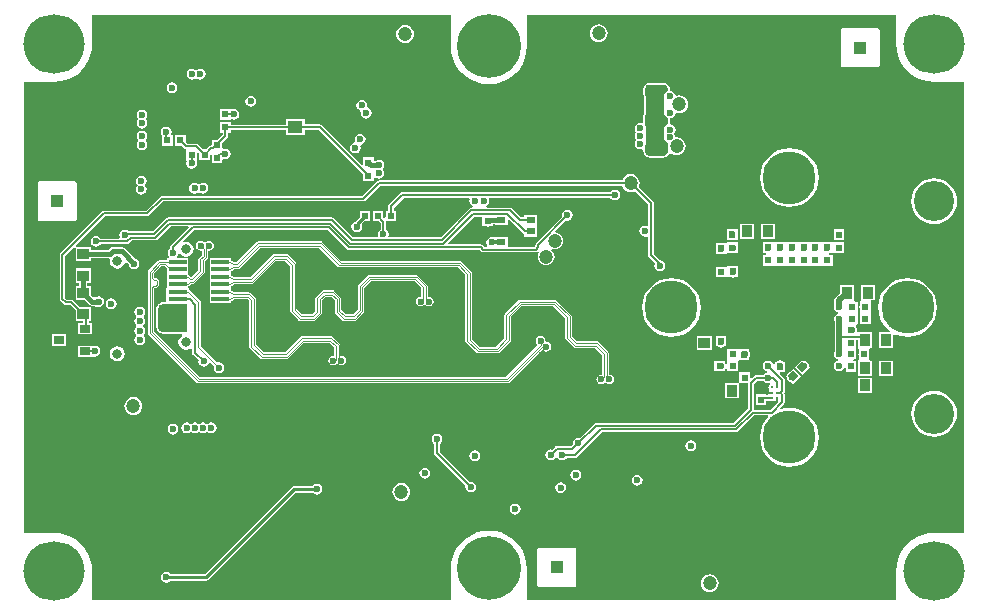
<source format=gbl>
G04 Layer_Physical_Order=6*
G04 Layer_Color=16711680*
%FSLAX44Y44*%
%MOMM*%
G71*
G01*
G75*
%ADD11R,0.6000X0.6000*%
%ADD12R,0.9000X1.0000*%
%ADD18R,0.6000X0.6000*%
%ADD19R,1.6000X0.4000*%
%ADD20R,1.6000X0.4000*%
%ADD21R,1.0000X0.9000*%
%ADD28R,1.3000X1.0000*%
%ADD33R,1.6000X1.8000*%
%ADD44C,0.1500*%
%ADD47C,0.2500*%
%ADD48C,0.3000*%
%ADD49C,0.5000*%
%ADD50C,0.4000*%
%ADD53C,0.2000*%
%ADD56C,0.1200*%
%ADD58R,1.0000X1.0000*%
%ADD66O,5.2000X5.0000*%
%ADD67C,5.4000*%
%ADD68C,1.2000*%
%ADD69C,0.8000*%
%ADD71C,3.4000*%
%ADD72C,0.6000*%
%ADD79C,0.2500*%
%ADD80R,0.9000X0.6500*%
%ADD81P,0.8485X4X270.0*%
%ADD82R,0.8000X0.6000*%
%ADD83R,8.0000X7.0000*%
%ADD84C,4.5000*%
G36*
X740461Y473000D02*
X740401D01*
X740796Y467979D01*
X741972Y463081D01*
X743900Y458427D01*
X746531Y454133D01*
X749803Y450303D01*
X753633Y447031D01*
X757927Y444400D01*
X762581Y442472D01*
X767479Y441296D01*
X772500Y440901D01*
Y440961D01*
X797961D01*
Y59039D01*
X772500D01*
Y59099D01*
X767479Y58704D01*
X762581Y57528D01*
X757927Y55600D01*
X753633Y52969D01*
X749803Y49697D01*
X746531Y45867D01*
X743900Y41573D01*
X741972Y36919D01*
X740796Y32021D01*
X740401Y27000D01*
X740461D01*
Y2039D01*
X427539D01*
Y29000D01*
X427599D01*
X427204Y34021D01*
X426028Y38919D01*
X424100Y43573D01*
X421469Y47867D01*
X418197Y51697D01*
X414367Y54969D01*
X410073Y57600D01*
X405419Y59528D01*
X400521Y60704D01*
X395500Y61099D01*
X390479Y60704D01*
X385581Y59528D01*
X380927Y57600D01*
X376633Y54969D01*
X372803Y51697D01*
X369531Y47867D01*
X366900Y43573D01*
X364972Y38919D01*
X363796Y34021D01*
X363401Y29000D01*
X363461D01*
Y2039D01*
X59539D01*
Y27000D01*
X59599D01*
X59204Y32021D01*
X58028Y36919D01*
X56100Y41573D01*
X53469Y45867D01*
X50197Y49697D01*
X46367Y52969D01*
X42073Y55600D01*
X37419Y57528D01*
X32521Y58704D01*
X27500Y59099D01*
Y59039D01*
X2039D01*
Y440961D01*
X27500D01*
Y440901D01*
X32521Y441296D01*
X37419Y442472D01*
X42073Y444400D01*
X46367Y447031D01*
X50197Y450303D01*
X53469Y454133D01*
X56100Y458427D01*
X58028Y463081D01*
X59204Y467979D01*
X59599Y473000D01*
X59539D01*
Y497961D01*
X363461D01*
Y471000D01*
X363401D01*
X363796Y465979D01*
X364972Y461081D01*
X366900Y456427D01*
X369531Y452133D01*
X372803Y448303D01*
X376633Y445031D01*
X380927Y442400D01*
X385581Y440472D01*
X390479Y439296D01*
X395500Y438901D01*
X400521Y439296D01*
X405419Y440472D01*
X410073Y442400D01*
X414367Y445031D01*
X418197Y448303D01*
X421469Y452133D01*
X424100Y456427D01*
X426028Y461081D01*
X427204Y465979D01*
X427599Y471000D01*
X427539D01*
Y497961D01*
X740461D01*
Y473000D01*
D02*
G37*
%LPC*%
G36*
X606500Y215000D02*
X605937Y215000D01*
X597500D01*
Y211045D01*
X597362Y210350D01*
X597500Y209656D01*
Y206270D01*
X597500Y206000D01*
Y205000D01*
X597500Y204730D01*
Y202024D01*
X596230Y201899D01*
X596189Y202106D01*
X595500Y203137D01*
Y205000D01*
X586500D01*
Y196000D01*
X590753D01*
X591950Y195762D01*
X593147Y196000D01*
X595500D01*
Y197563D01*
X596189Y198594D01*
X596230Y198801D01*
X597500Y198676D01*
Y196000D01*
X600753D01*
X601950Y195762D01*
X603147Y196000D01*
X606500D01*
Y200158D01*
X606538Y200350D01*
X606500Y200542D01*
Y204437D01*
X606840Y205160D01*
X607563Y205500D01*
X616000D01*
Y208312D01*
X616189Y208594D01*
X616538Y210350D01*
X616189Y212106D01*
X616000Y212389D01*
Y214500D01*
X613839D01*
X613706Y214589D01*
X611950Y214938D01*
X610194Y214589D01*
X610061Y214500D01*
X607563D01*
X606500Y215000D01*
D02*
G37*
G36*
X642031Y205324D02*
X640275Y204974D01*
X638817Y204000D01*
X637500D01*
Y202024D01*
X636230Y201899D01*
X636189Y202106D01*
X635194Y203594D01*
X633706Y204589D01*
X631950Y204938D01*
X630194Y204589D01*
X628706Y203594D01*
X627711Y202106D01*
X627362Y200350D01*
X627711Y198594D01*
X628706Y197106D01*
X630194Y196111D01*
X630766Y195998D01*
Y194703D01*
X630194Y194589D01*
X628706Y193594D01*
X628071Y192644D01*
X621600D01*
X620722Y192470D01*
X619978Y191972D01*
X618058Y190052D01*
X617780Y190084D01*
X616538Y190350D01*
X616500Y190542D01*
Y195000D01*
X607500D01*
Y191045D01*
X607362Y190350D01*
X607500Y189656D01*
Y187270D01*
X607500Y187063D01*
X607000Y186000D01*
X606274Y186000D01*
X606230D01*
X606096Y186000D01*
X595000D01*
Y173000D01*
X607000D01*
Y184730D01*
X607000Y184937D01*
X607500Y186000D01*
X608240Y186000D01*
X608270D01*
X608404Y186000D01*
X610753D01*
X611950Y185762D01*
X613147Y186000D01*
X614956D01*
Y164450D01*
X602800Y152294D01*
X486000D01*
X485122Y152119D01*
X484378Y151622D01*
X472371Y139615D01*
X471250Y139838D01*
X469494Y139489D01*
X468006Y138494D01*
X467011Y137006D01*
X466662Y135250D01*
X466885Y134129D01*
X465300Y132544D01*
X452750D01*
X451872Y132369D01*
X451128Y131872D01*
X448871Y129615D01*
X447750Y129838D01*
X445994Y129489D01*
X444506Y128494D01*
X443511Y127006D01*
X443162Y125250D01*
X443511Y123494D01*
X444506Y122006D01*
X445994Y121011D01*
X447750Y120662D01*
X449506Y121011D01*
X450994Y122006D01*
X451933Y123411D01*
X452282Y123452D01*
X453248Y123312D01*
X453261Y123244D01*
X454256Y121756D01*
X455744Y120761D01*
X457500Y120412D01*
X459256Y120761D01*
X460744Y121756D01*
X461379Y122706D01*
X468425D01*
X469303Y122881D01*
X470047Y123378D01*
X491375Y144706D01*
X604993D01*
X605871Y144881D01*
X606615Y145378D01*
X619943Y158706D01*
X631920D01*
X632227Y157436D01*
X629280Y153845D01*
X626977Y149537D01*
X625559Y144862D01*
X625080Y140000D01*
X625559Y135138D01*
X626977Y130463D01*
X629280Y126155D01*
X632379Y122379D01*
X636155Y119280D01*
X640463Y116977D01*
X645138Y115559D01*
X650000Y115080D01*
X654862Y115559D01*
X659537Y116977D01*
X663845Y119280D01*
X667621Y122379D01*
X670720Y126155D01*
X673023Y130463D01*
X674441Y135138D01*
X674920Y140000D01*
X674441Y144862D01*
X673023Y149537D01*
X670720Y153845D01*
X667621Y157621D01*
X663845Y160720D01*
X659537Y163023D01*
X654862Y164441D01*
X650000Y164920D01*
X645138Y164441D01*
X642569Y163662D01*
X641896Y164785D01*
X644872Y167760D01*
X645122Y167928D01*
X645619Y168672D01*
X645794Y169550D01*
Y176608D01*
X645619Y177486D01*
X645463Y177719D01*
X645622Y177878D01*
X646119Y178622D01*
X646294Y179500D01*
X646294Y179500D01*
Y188300D01*
X646119Y189178D01*
X645622Y189922D01*
X641718Y193827D01*
X642204Y195000D01*
X646500D01*
Y200135D01*
X646619Y200735D01*
X646500Y201336D01*
Y204000D01*
X645245D01*
X643787Y204974D01*
X642031Y205324D01*
D02*
G37*
G36*
X59500Y217750D02*
Y217750D01*
X47500D01*
Y208250D01*
X59500D01*
Y208250D01*
X60770Y208657D01*
X62000Y208412D01*
X63756Y208761D01*
X65244Y209756D01*
X66239Y211244D01*
X66588Y213000D01*
X66239Y214756D01*
X65244Y216244D01*
X63756Y217239D01*
X62000Y217588D01*
X60770Y217344D01*
X59500Y217750D01*
D02*
G37*
G36*
X81000Y217173D02*
X78542Y216684D01*
X76458Y215292D01*
X75066Y213208D01*
X74577Y210750D01*
X75066Y208292D01*
X76458Y206208D01*
X78542Y204816D01*
X81000Y204327D01*
X83458Y204816D01*
X85542Y206208D01*
X86934Y208292D01*
X87423Y210750D01*
X86934Y213208D01*
X85542Y215292D01*
X83458Y216684D01*
X81000Y217173D01*
D02*
G37*
G36*
X738000Y205000D02*
X726000D01*
Y192000D01*
X738000D01*
Y205000D01*
D02*
G37*
G36*
X704500Y269000D02*
X692500D01*
Y262268D01*
X689150Y258918D01*
X688266Y257595D01*
X687955Y256034D01*
X687955Y256034D01*
Y252234D01*
X687795Y251994D01*
X687446Y250238D01*
X687795Y248482D01*
X688790Y246994D01*
X690278Y245999D01*
X690976Y245860D01*
Y244565D01*
X690528Y244476D01*
X689040Y243482D01*
X688045Y241993D01*
X687696Y240237D01*
X688045Y238482D01*
X688205Y238241D01*
Y221034D01*
Y212846D01*
X687711Y212106D01*
X687362Y210350D01*
X687711Y208594D01*
X688706Y207106D01*
X690194Y206111D01*
X690766Y205998D01*
Y204703D01*
X690194Y204589D01*
X688706Y203594D01*
X687711Y202106D01*
X687362Y200350D01*
X687711Y198594D01*
X688706Y197106D01*
X690194Y196111D01*
X691950Y195762D01*
X693706Y196111D01*
X695194Y197106D01*
X696189Y198594D01*
X696230Y198801D01*
X697500Y198676D01*
Y195500D01*
X706500D01*
Y200158D01*
X706538Y200350D01*
X706500Y200542D01*
Y204500D01*
X704697D01*
X704173Y205770D01*
X704403Y206000D01*
X706500D01*
Y210158D01*
X706538Y210350D01*
X706500Y210542D01*
Y215000D01*
X706500Y215000D01*
X706500D01*
X706500Y216179D01*
Y218871D01*
X706622Y219486D01*
X706500Y220102D01*
Y222451D01*
X708000D01*
Y216063D01*
X708000Y216000D01*
X708500Y214937D01*
X708500Y214730D01*
Y210943D01*
X708412Y210500D01*
X708500Y210057D01*
Y206270D01*
X708500Y206063D01*
X708000Y205000D01*
X708000Y204937D01*
Y192000D01*
X720000D01*
Y205000D01*
X718151D01*
X717500Y206000D01*
X717500Y206270D01*
Y210057D01*
X717588Y210500D01*
X717500Y210943D01*
Y214730D01*
X717500Y215000D01*
X718152Y216000D01*
X720000D01*
Y229000D01*
X708072D01*
X707716Y229062D01*
X706998Y230110D01*
X707122Y230737D01*
X706773Y232493D01*
X706500Y232902D01*
Y234730D01*
X706500Y235000D01*
X707152Y236000D01*
X707750D01*
Y240158D01*
X707788Y240350D01*
X707750Y240542D01*
Y244730D01*
X707750Y245000D01*
Y246000D01*
X707750Y246270D01*
Y250158D01*
X707788Y250350D01*
X707750Y250542D01*
Y255000D01*
X705152D01*
X704500Y256000D01*
X704500Y256270D01*
Y269000D01*
D02*
G37*
G36*
X653111Y197975D02*
X650631Y195495D01*
X650526Y195474D01*
X649037Y194479D01*
X648043Y192991D01*
X648022Y192886D01*
X646747Y191611D01*
X647835Y190522D01*
X648043Y189479D01*
X649037Y187991D01*
X650526Y186996D01*
X651569Y186789D01*
X653111Y185247D01*
X659475Y191611D01*
X653111Y197975D01*
D02*
G37*
G36*
X660889Y205753D02*
X658781Y203644D01*
X658706Y203594D01*
X658656Y203520D01*
X654525Y199389D01*
X660889Y193025D01*
X664518Y196654D01*
X665194Y197106D01*
X665647Y197783D01*
X667253Y199389D01*
X666497Y200145D01*
X666538Y200350D01*
X666189Y202106D01*
X665194Y203594D01*
X663706Y204589D01*
X661950Y204938D01*
X661745Y204897D01*
X660889Y205753D01*
D02*
G37*
G36*
X750000Y274920D02*
X745138Y274441D01*
X740463Y273023D01*
X736155Y270720D01*
X732379Y267621D01*
X729280Y263845D01*
X726977Y259536D01*
X725559Y254862D01*
X725080Y250000D01*
X725559Y245138D01*
X726977Y240464D01*
X729280Y236155D01*
X732379Y232379D01*
X734949Y230270D01*
X734494Y229000D01*
X726000D01*
Y216000D01*
X738000D01*
Y227059D01*
X739089Y227712D01*
X740463Y226977D01*
X745138Y225559D01*
X750000Y225080D01*
X754862Y225559D01*
X759536Y226977D01*
X763845Y229280D01*
X767621Y232379D01*
X770720Y236155D01*
X773023Y240464D01*
X774441Y245138D01*
X774920Y250000D01*
X774441Y254862D01*
X773023Y259536D01*
X770720Y263845D01*
X767621Y267621D01*
X763845Y270720D01*
X759536Y273023D01*
X754862Y274441D01*
X750000Y274920D01*
D02*
G37*
G36*
X550000Y274920D02*
X545138Y274441D01*
X540464Y273023D01*
X536155Y270720D01*
X532379Y267621D01*
X529280Y263845D01*
X526977Y259536D01*
X525559Y254862D01*
X525080Y250000D01*
X525559Y245138D01*
X526977Y240464D01*
X529280Y236155D01*
X532379Y232379D01*
X536155Y229280D01*
X540464Y226977D01*
X545138Y225559D01*
X550000Y225080D01*
X554862Y225559D01*
X559537Y226977D01*
X563845Y229280D01*
X567621Y232379D01*
X570720Y236155D01*
X573023Y240464D01*
X574441Y245138D01*
X574920Y250000D01*
X574441Y254862D01*
X573023Y259536D01*
X570720Y263845D01*
X567621Y267621D01*
X563845Y270720D01*
X559537Y273023D01*
X554862Y274441D01*
X550000Y274920D01*
D02*
G37*
G36*
X75675Y257763D02*
X73919Y257414D01*
X72431Y256419D01*
X71436Y254931D01*
X71087Y253175D01*
X71436Y251419D01*
X72431Y249931D01*
X73919Y248936D01*
X75675Y248587D01*
X77431Y248936D01*
X78919Y249931D01*
X79914Y251419D01*
X80263Y253175D01*
X79914Y254931D01*
X78919Y256419D01*
X77431Y257414D01*
X75675Y257763D01*
D02*
G37*
G36*
X722500Y269000D02*
X710500D01*
Y256270D01*
X710500Y256000D01*
X709848Y255000D01*
X709750D01*
Y252614D01*
X709511Y252256D01*
X709162Y250500D01*
X709511Y248744D01*
X709750Y248387D01*
Y246270D01*
X709750Y246000D01*
Y245000D01*
X709750Y244730D01*
Y240943D01*
X709662Y240500D01*
X709750Y240057D01*
Y236000D01*
X713807D01*
X714250Y235912D01*
X714693Y236000D01*
X718750D01*
Y240057D01*
X718838Y240500D01*
X718750Y240943D01*
Y244730D01*
X718750Y245000D01*
Y246000D01*
X718750Y246270D01*
Y254730D01*
X718750Y255000D01*
X719402Y256000D01*
X722500D01*
Y269000D01*
D02*
G37*
G36*
X596500Y226000D02*
X587500D01*
Y221045D01*
X587362Y220350D01*
X587500Y219656D01*
Y217000D01*
X588864D01*
X590194Y216111D01*
X591950Y215762D01*
X593706Y216111D01*
X595036Y217000D01*
X596500D01*
Y220158D01*
X596538Y220350D01*
X596500Y220542D01*
Y226000D01*
D02*
G37*
G36*
X584500D02*
X571500D01*
Y214000D01*
X584500D01*
Y226000D01*
D02*
G37*
G36*
X100000Y250588D02*
X98244Y250239D01*
X96756Y249244D01*
X95761Y247756D01*
X95412Y246000D01*
X95761Y244244D01*
X96517Y243113D01*
X96668Y242250D01*
X96517Y241388D01*
X95761Y240256D01*
X95412Y238500D01*
X95761Y236744D01*
X96756Y235256D01*
X97118Y235014D01*
Y233486D01*
X96756Y233244D01*
X95761Y231756D01*
X95412Y230000D01*
X95761Y228244D01*
X96756Y226756D01*
Y225744D01*
X95761Y224256D01*
X95412Y222500D01*
X95761Y220744D01*
X96756Y219256D01*
X98244Y218261D01*
X100000Y217912D01*
X101756Y218261D01*
X103244Y219256D01*
X104239Y220744D01*
X104588Y222500D01*
X104239Y224256D01*
X103244Y225744D01*
Y226756D01*
X104239Y228244D01*
X104588Y230000D01*
X104239Y231756D01*
X103244Y233244D01*
X102882Y233486D01*
Y235014D01*
X103244Y235256D01*
X104239Y236744D01*
X104588Y238500D01*
X104239Y240256D01*
X103483Y241388D01*
X103332Y242250D01*
X103483Y243113D01*
X104239Y244244D01*
X104588Y246000D01*
X104239Y247756D01*
X103244Y249244D01*
X101756Y250239D01*
X100000Y250588D01*
D02*
G37*
G36*
X37500Y227250D02*
X25500D01*
Y217750D01*
X37500D01*
Y227250D01*
D02*
G37*
G36*
X720000Y190500D02*
X708000D01*
Y177500D01*
X720000D01*
Y190500D01*
D02*
G37*
G36*
X456250Y102088D02*
X454494Y101739D01*
X453006Y100744D01*
X452011Y99256D01*
X451662Y97500D01*
X452011Y95744D01*
X453006Y94256D01*
X454494Y93261D01*
X456250Y92912D01*
X458006Y93261D01*
X459494Y94256D01*
X460489Y95744D01*
X460838Y97500D01*
X460489Y99256D01*
X459494Y100744D01*
X458006Y101739D01*
X456250Y102088D01*
D02*
G37*
G36*
X250000Y100588D02*
X248244Y100239D01*
X246756Y99244D01*
X246461Y98804D01*
X230500D01*
X229427Y98590D01*
X228517Y97983D01*
X154839Y24304D01*
X126039D01*
X125744Y24744D01*
X124256Y25739D01*
X122500Y26088D01*
X120744Y25739D01*
X119256Y24744D01*
X118261Y23256D01*
X117912Y21500D01*
X118261Y19744D01*
X119256Y18256D01*
X120744Y17261D01*
X122500Y16912D01*
X124256Y17261D01*
X125744Y18256D01*
X126039Y18696D01*
X156000D01*
X157073Y18910D01*
X157983Y19517D01*
X231661Y93196D01*
X246461D01*
X246756Y92756D01*
X248244Y91761D01*
X250000Y91412D01*
X251756Y91761D01*
X253244Y92756D01*
X254239Y94244D01*
X254588Y96000D01*
X254239Y97756D01*
X253244Y99244D01*
X251756Y100239D01*
X250000Y100588D01*
D02*
G37*
G36*
X521250Y108088D02*
X519494Y107739D01*
X518006Y106744D01*
X517011Y105256D01*
X516662Y103500D01*
X517011Y101744D01*
X518006Y100256D01*
X519494Y99261D01*
X521250Y98912D01*
X523006Y99261D01*
X524494Y100256D01*
X525489Y101744D01*
X525838Y103500D01*
X525489Y105256D01*
X524494Y106744D01*
X523006Y107739D01*
X521250Y108088D01*
D02*
G37*
G36*
X351500Y143088D02*
X349744Y142739D01*
X348256Y141744D01*
X347261Y140256D01*
X346912Y138500D01*
X347261Y136744D01*
X348256Y135256D01*
X349206Y134621D01*
Y126500D01*
X349381Y125622D01*
X349878Y124878D01*
X375635Y99121D01*
X375412Y98000D01*
X375761Y96244D01*
X376756Y94756D01*
X378244Y93761D01*
X380000Y93412D01*
X381756Y93761D01*
X383244Y94756D01*
X384239Y96244D01*
X384588Y98000D01*
X384239Y99756D01*
X383244Y101244D01*
X381756Y102239D01*
X380000Y102588D01*
X378879Y102365D01*
X353794Y127450D01*
Y134621D01*
X354744Y135256D01*
X355739Y136744D01*
X356088Y138500D01*
X355739Y140256D01*
X354744Y141744D01*
X353256Y142739D01*
X351500Y143088D01*
D02*
G37*
G36*
X468000Y46624D02*
X438000D01*
X436852Y46148D01*
X436376Y45000D01*
Y15000D01*
X436852Y13852D01*
X438000Y13376D01*
X468000D01*
X469148Y13852D01*
X469624Y15000D01*
Y45000D01*
X469148Y46148D01*
X468000Y46624D01*
D02*
G37*
G36*
X582500Y24065D02*
X580542Y23807D01*
X578718Y23051D01*
X577151Y21849D01*
X575949Y20282D01*
X575193Y18458D01*
X574935Y16500D01*
X575193Y14542D01*
X575949Y12718D01*
X577151Y11151D01*
X578718Y9949D01*
X580542Y9193D01*
X582500Y8935D01*
X584458Y9193D01*
X586282Y9949D01*
X587849Y11151D01*
X589051Y12718D01*
X589807Y14542D01*
X590065Y16500D01*
X589807Y18458D01*
X589051Y20282D01*
X587849Y21849D01*
X586282Y23051D01*
X584458Y23807D01*
X582500Y24065D01*
D02*
G37*
G36*
X321449Y101347D02*
X319491Y101089D01*
X317666Y100334D01*
X316100Y99131D01*
X314898Y97565D01*
X314142Y95740D01*
X313884Y93782D01*
X314142Y91825D01*
X314898Y90000D01*
X316100Y88433D01*
X317666Y87231D01*
X319491Y86475D01*
X321449Y86218D01*
X323407Y86475D01*
X325231Y87231D01*
X326798Y88433D01*
X328000Y90000D01*
X328756Y91825D01*
X329013Y93782D01*
X328756Y95740D01*
X328000Y97565D01*
X326798Y99131D01*
X325231Y100334D01*
X323407Y101089D01*
X321449Y101347D01*
D02*
G37*
G36*
X417750Y83838D02*
X415994Y83489D01*
X414506Y82494D01*
X413511Y81006D01*
X413162Y79250D01*
X413511Y77494D01*
X414506Y76006D01*
X415994Y75011D01*
X417750Y74662D01*
X419506Y75011D01*
X420994Y76006D01*
X421989Y77494D01*
X422338Y79250D01*
X421989Y81006D01*
X420994Y82494D01*
X419506Y83489D01*
X417750Y83838D01*
D02*
G37*
G36*
X128000Y151588D02*
X126244Y151239D01*
X124756Y150244D01*
X123761Y148756D01*
X123412Y147000D01*
X123761Y145244D01*
X124756Y143756D01*
X126244Y142761D01*
X128000Y142412D01*
X129756Y142761D01*
X131244Y143756D01*
X132239Y145244D01*
X132588Y147000D01*
X132239Y148756D01*
X131244Y150244D01*
X129756Y151239D01*
X128000Y151588D01*
D02*
G37*
G36*
X772500Y179393D02*
X768717Y179021D01*
X765079Y177917D01*
X761726Y176125D01*
X758787Y173713D01*
X756375Y170774D01*
X754583Y167421D01*
X753479Y163783D01*
X753107Y160000D01*
X753479Y156217D01*
X754583Y152578D01*
X756375Y149226D01*
X758787Y146287D01*
X761726Y143875D01*
X765079Y142083D01*
X768717Y140979D01*
X772500Y140607D01*
X776283Y140979D01*
X779921Y142083D01*
X783274Y143875D01*
X786213Y146287D01*
X788625Y149226D01*
X790417Y152578D01*
X791521Y156217D01*
X791893Y160000D01*
X791521Y163783D01*
X790417Y167421D01*
X788625Y170774D01*
X786213Y173713D01*
X783274Y176125D01*
X779921Y177917D01*
X776283Y179021D01*
X772500Y179393D01*
D02*
G37*
G36*
X94500Y174065D02*
X92542Y173807D01*
X90718Y173051D01*
X89151Y171849D01*
X87949Y170282D01*
X87193Y168458D01*
X86935Y166500D01*
X87193Y164542D01*
X87949Y162718D01*
X89151Y161151D01*
X90718Y159949D01*
X92542Y159193D01*
X94500Y158935D01*
X96458Y159193D01*
X98282Y159949D01*
X99849Y161151D01*
X101051Y162718D01*
X101807Y164542D01*
X102065Y166500D01*
X101807Y168458D01*
X101051Y170282D01*
X99849Y171849D01*
X98282Y173051D01*
X96458Y173807D01*
X94500Y174065D01*
D02*
G37*
G36*
X153500Y152588D02*
X151744Y152239D01*
X150958Y151714D01*
X150000Y151343D01*
X149042Y151714D01*
X148256Y152239D01*
X146500Y152588D01*
X144744Y152239D01*
X143958Y151714D01*
X143000Y151343D01*
X142042Y151714D01*
X141256Y152239D01*
X139500Y152588D01*
X137744Y152239D01*
X136256Y151244D01*
X135261Y149756D01*
X134912Y148000D01*
X135261Y146244D01*
X136256Y144756D01*
X137744Y143761D01*
X139500Y143412D01*
X141256Y143761D01*
X142042Y144286D01*
X143000Y144657D01*
X143958Y144286D01*
X144744Y143761D01*
X146500Y143412D01*
X148256Y143761D01*
X149042Y144286D01*
X150000Y144657D01*
X150958Y144286D01*
X151744Y143761D01*
X153500Y143412D01*
X155256Y143761D01*
X156744Y144756D01*
X157958Y144286D01*
X158744Y143761D01*
X160500Y143412D01*
X162256Y143761D01*
X163744Y144756D01*
X164739Y146244D01*
X165088Y148000D01*
X164739Y149756D01*
X163744Y151244D01*
X162256Y152239D01*
X160500Y152588D01*
X158744Y152239D01*
X157958Y151714D01*
X157000Y151343D01*
X156042Y151714D01*
X155256Y152239D01*
X153500Y152588D01*
D02*
G37*
G36*
X341250Y114088D02*
X339494Y113739D01*
X338006Y112744D01*
X337011Y111256D01*
X336662Y109500D01*
X337011Y107744D01*
X338006Y106256D01*
X339494Y105261D01*
X341250Y104912D01*
X343006Y105261D01*
X344494Y106256D01*
X345489Y107744D01*
X345838Y109500D01*
X345489Y111256D01*
X344494Y112744D01*
X343006Y113739D01*
X341250Y114088D01*
D02*
G37*
G36*
X469000Y112588D02*
X467244Y112239D01*
X465756Y111244D01*
X464761Y109756D01*
X464412Y108000D01*
X464761Y106244D01*
X465756Y104756D01*
X467244Y103761D01*
X469000Y103412D01*
X470756Y103761D01*
X472244Y104756D01*
X473239Y106244D01*
X473588Y108000D01*
X473239Y109756D01*
X472244Y111244D01*
X470756Y112239D01*
X469000Y112588D01*
D02*
G37*
G36*
X566500Y137588D02*
X564744Y137239D01*
X563256Y136244D01*
X562261Y134756D01*
X561912Y133000D01*
X562261Y131244D01*
X563256Y129756D01*
X564744Y128761D01*
X566500Y128412D01*
X568256Y128761D01*
X569744Y129756D01*
X570739Y131244D01*
X571088Y133000D01*
X570739Y134756D01*
X569744Y136244D01*
X568256Y137239D01*
X566500Y137588D01*
D02*
G37*
G36*
X383500Y129088D02*
X381744Y128739D01*
X380256Y127744D01*
X379261Y126256D01*
X378912Y124500D01*
X379261Y122744D01*
X380256Y121256D01*
X381744Y120261D01*
X383500Y119912D01*
X385256Y120261D01*
X386744Y121256D01*
X387739Y122744D01*
X388088Y124500D01*
X387739Y126256D01*
X386744Y127744D01*
X385256Y128739D01*
X383500Y129088D01*
D02*
G37*
G36*
X58500Y283000D02*
X45500D01*
Y271000D01*
X48431D01*
Y268175D01*
X45500D01*
Y256175D01*
X52953D01*
X56639Y252489D01*
X57797Y251716D01*
X59163Y251444D01*
X62244D01*
X63247Y250774D01*
X65003Y250424D01*
X66759Y250774D01*
X68247Y251768D01*
X69242Y253257D01*
X69591Y255012D01*
X69242Y256768D01*
X68247Y258257D01*
X66759Y259251D01*
X65003Y259601D01*
X63247Y259251D01*
X62244Y258581D01*
X60641D01*
X58500Y260722D01*
Y268175D01*
X55569D01*
Y271000D01*
X58500D01*
Y283000D01*
D02*
G37*
G36*
X101750Y417463D02*
X99994Y417114D01*
X98506Y416119D01*
X97511Y414631D01*
X97162Y412875D01*
X97511Y411119D01*
X98506Y409631D01*
Y409119D01*
X97511Y407631D01*
X97162Y405875D01*
X97511Y404119D01*
X98506Y402631D01*
X99994Y401636D01*
X101750Y401287D01*
X103506Y401636D01*
X104994Y402631D01*
X105989Y404119D01*
X106338Y405875D01*
X105989Y407631D01*
X104994Y409119D01*
Y409631D01*
X105989Y411119D01*
X106338Y412875D01*
X105989Y414631D01*
X104994Y416119D01*
X103506Y417114D01*
X101750Y417463D01*
D02*
G37*
G36*
X122250Y402963D02*
X120494Y402614D01*
X119006Y401619D01*
X118011Y400131D01*
X117662Y398375D01*
X118011Y396619D01*
X118750Y395513D01*
Y386875D01*
X127750D01*
Y395875D01*
X127403D01*
X126593Y397145D01*
X126838Y398375D01*
X126489Y400131D01*
X125494Y401619D01*
X124006Y402614D01*
X122250Y402963D01*
D02*
G37*
G36*
X287750Y425588D02*
X285994Y425239D01*
X284506Y424244D01*
X283511Y422756D01*
X283162Y421000D01*
X283511Y419244D01*
X284506Y417756D01*
X285994Y416761D01*
X286386Y416683D01*
X287313Y415260D01*
X287162Y414500D01*
X287511Y412744D01*
X288506Y411256D01*
X289994Y410261D01*
X291750Y409912D01*
X293506Y410261D01*
X294994Y411256D01*
X295989Y412744D01*
X296338Y414500D01*
X295989Y416256D01*
X294994Y417744D01*
X293506Y418739D01*
X293114Y418817D01*
X292187Y420240D01*
X292338Y421000D01*
X291989Y422756D01*
X290994Y424244D01*
X289506Y425239D01*
X287750Y425588D01*
D02*
G37*
G36*
X239750Y409250D02*
X223750D01*
Y404669D01*
X176750D01*
Y406875D01*
X167750D01*
Y397875D01*
X169956D01*
Y396325D01*
X165506Y391875D01*
X160750D01*
Y387169D01*
X160250D01*
X159372Y386994D01*
X158628Y386497D01*
X156006Y383875D01*
X153494D01*
X149372Y387997D01*
X148628Y388494D01*
X147750Y388669D01*
X140200D01*
X138750Y390119D01*
Y395875D01*
X129750D01*
Y386875D01*
X135506D01*
X137628Y384753D01*
X138372Y384255D01*
X139250Y383875D01*
Y374875D01*
X139250D01*
X139618Y374186D01*
X139506Y373605D01*
X139162Y371875D01*
X139511Y370119D01*
X140506Y368631D01*
X141994Y367636D01*
X143750Y367287D01*
X145506Y367636D01*
X146994Y368631D01*
X147989Y370119D01*
X148338Y371875D01*
X147994Y373605D01*
X147882Y374186D01*
X148250Y374875D01*
X148250D01*
Y380885D01*
X149359Y381359D01*
X150250Y380625D01*
Y374875D01*
X159250D01*
Y379581D01*
X159480Y379735D01*
X160750Y379056D01*
Y371875D01*
X169750D01*
Y374721D01*
X171020Y375531D01*
X172250Y375286D01*
X174006Y375635D01*
X175494Y376630D01*
X176489Y378118D01*
X176838Y379874D01*
X176489Y381630D01*
X175494Y383119D01*
X174006Y384113D01*
X172250Y384462D01*
X171020Y384218D01*
X169750Y385027D01*
Y389631D01*
X173872Y393753D01*
X174369Y394497D01*
X174544Y395375D01*
Y397875D01*
X176750D01*
Y400081D01*
X223750D01*
Y396250D01*
X239750D01*
Y400456D01*
X251300D01*
X279628Y372128D01*
X280372Y371631D01*
X280594Y371586D01*
X289000Y363180D01*
Y357000D01*
X298000D01*
Y359849D01*
X299256Y360256D01*
X300744Y359261D01*
X302500Y358912D01*
X304256Y359261D01*
X305744Y360256D01*
X306739Y361744D01*
X307088Y363500D01*
X306739Y365256D01*
X305744Y366744D01*
Y367256D01*
X306739Y368744D01*
X307088Y370500D01*
X306739Y372256D01*
X305744Y373744D01*
X304256Y374739D01*
X302500Y375088D01*
X300744Y374739D01*
X299741Y374069D01*
X298000D01*
Y377000D01*
X289000D01*
Y371328D01*
X287827Y370842D01*
X283297Y375372D01*
X282553Y375869D01*
X282331Y375914D01*
X253872Y404372D01*
X253128Y404869D01*
X252250Y405044D01*
X239750D01*
Y409250D01*
D02*
G37*
G36*
X515500Y362815D02*
X513542Y362557D01*
X511718Y361801D01*
X510151Y360599D01*
X508949Y359032D01*
X508332Y357544D01*
X302250D01*
X302250Y357544D01*
X301372Y357369D01*
X300628Y356872D01*
X288050Y344294D01*
X118425D01*
X117547Y344119D01*
X116803Y343622D01*
X105224Y332044D01*
X69750D01*
X68872Y331869D01*
X68128Y331372D01*
X32653Y295897D01*
X32156Y295153D01*
X31981Y294275D01*
Y257350D01*
X32156Y256472D01*
X32653Y255728D01*
X35728Y252653D01*
X36472Y252156D01*
X37350Y251981D01*
X40950D01*
X45500Y247431D01*
Y238175D01*
X52206D01*
Y236750D01*
X47500D01*
Y227250D01*
X59500D01*
Y236750D01*
X56794D01*
Y238175D01*
X58500D01*
Y250175D01*
X49244D01*
X43522Y255897D01*
X42778Y256394D01*
X41900Y256569D01*
X38301D01*
X36569Y258301D01*
Y293325D01*
X44230Y300986D01*
X45500Y300460D01*
X45500Y299954D01*
Y289000D01*
X58500D01*
Y291431D01*
X74010D01*
X74815Y290450D01*
X74577Y289250D01*
X75066Y286792D01*
X76458Y284708D01*
X78542Y283316D01*
X81000Y282827D01*
X83458Y283316D01*
X85542Y284708D01*
X86934Y286792D01*
X87172Y287985D01*
X88550Y288403D01*
X90526Y286428D01*
X90761Y285244D01*
X91756Y283756D01*
X93244Y282761D01*
X95000Y282412D01*
X96756Y282761D01*
X98244Y283756D01*
X99239Y285244D01*
X99588Y287000D01*
X99239Y288756D01*
X98244Y290244D01*
X96756Y291239D01*
X95572Y291474D01*
X86973Y300073D01*
X85816Y300847D01*
X84450Y301119D01*
X77562D01*
X76196Y300847D01*
X75039Y300073D01*
X73534Y298569D01*
X58500D01*
Y301000D01*
X46619D01*
X46040Y301000D01*
X45514Y302270D01*
X70700Y327456D01*
X106175D01*
X107052Y327631D01*
X107797Y328128D01*
X119375Y339706D01*
X289000D01*
X289878Y339881D01*
X290622Y340378D01*
X303200Y352956D01*
X508332D01*
X508949Y351468D01*
X510151Y349901D01*
X511718Y348699D01*
X513542Y347943D01*
X515500Y347685D01*
X517458Y347943D01*
X518946Y348559D01*
X530456Y337050D01*
Y319397D01*
X529408Y318747D01*
X529186Y318753D01*
X527500Y319088D01*
X525744Y318739D01*
X524256Y317744D01*
X523261Y316256D01*
X522912Y314500D01*
X523261Y312744D01*
X524256Y311256D01*
X525744Y310261D01*
X527500Y309912D01*
X529186Y310247D01*
X529408Y310253D01*
X530456Y309603D01*
Y294425D01*
X530631Y293547D01*
X531128Y292803D01*
X536227Y287703D01*
X535861Y287156D01*
X535512Y285400D01*
X535861Y283644D01*
X536856Y282156D01*
X538344Y281161D01*
X540100Y280812D01*
X541856Y281161D01*
X543344Y282156D01*
X544339Y283644D01*
X544688Y285400D01*
X544339Y287156D01*
X543344Y288644D01*
X541856Y289639D01*
X540513Y289906D01*
X535044Y295375D01*
Y338000D01*
X534869Y338878D01*
X534372Y339622D01*
X522191Y351804D01*
X522807Y353292D01*
X523065Y355250D01*
X522807Y357208D01*
X522051Y359032D01*
X520849Y360599D01*
X519282Y361801D01*
X517458Y362557D01*
X515500Y362815D01*
D02*
G37*
G36*
X153250Y355463D02*
X151494Y355114D01*
X150708Y354589D01*
X149750Y354218D01*
X148792Y354589D01*
X148006Y355114D01*
X146250Y355463D01*
X144494Y355114D01*
X143006Y354119D01*
X142011Y352631D01*
X141662Y350875D01*
X142011Y349119D01*
X143006Y347631D01*
X144494Y346636D01*
X146250Y346287D01*
X148006Y346636D01*
X148792Y347161D01*
X149750Y347532D01*
X150708Y347161D01*
X151494Y346636D01*
X153250Y346287D01*
X155006Y346636D01*
X156494Y347631D01*
X157489Y349119D01*
X157838Y350875D01*
X157489Y352631D01*
X156494Y354119D01*
X155006Y355114D01*
X153250Y355463D01*
D02*
G37*
G36*
X101750Y399463D02*
X99994Y399114D01*
X98506Y398119D01*
X97511Y396631D01*
X97162Y394875D01*
X97511Y393119D01*
X98506Y391631D01*
Y391119D01*
X97511Y389631D01*
X97162Y387875D01*
X97511Y386119D01*
X98506Y384631D01*
X99994Y383636D01*
X101750Y383287D01*
X103506Y383636D01*
X104994Y384631D01*
X105989Y386119D01*
X106338Y387875D01*
X105989Y389631D01*
X104994Y391119D01*
Y391631D01*
X105989Y393119D01*
X106338Y394875D01*
X105989Y396631D01*
X104994Y398119D01*
X103506Y399114D01*
X101750Y399463D01*
D02*
G37*
G36*
X286500Y396838D02*
X284744Y396489D01*
X283256Y395494D01*
X282261Y394006D01*
X281912Y392250D01*
X282261Y390494D01*
X281328Y389605D01*
X280744Y389489D01*
X279256Y388494D01*
X278261Y387006D01*
X277912Y385250D01*
X278261Y383494D01*
X279256Y382006D01*
X280744Y381011D01*
X282500Y380662D01*
X284256Y381011D01*
X285744Y382006D01*
X286739Y383494D01*
X287088Y385250D01*
X286739Y387006D01*
X287672Y387895D01*
X288256Y388011D01*
X289744Y389006D01*
X290739Y390494D01*
X291088Y392250D01*
X290739Y394006D01*
X289744Y395494D01*
X288256Y396489D01*
X286500Y396838D01*
D02*
G37*
G36*
X725000Y486624D02*
X695000D01*
X693852Y486148D01*
X693376Y485000D01*
Y455000D01*
X693852Y453852D01*
X695000Y453376D01*
X725000D01*
X726148Y453852D01*
X726624Y455000D01*
Y485000D01*
X726148Y486148D01*
X725000Y486624D01*
D02*
G37*
G36*
X151250Y451963D02*
X149494Y451614D01*
X148708Y451089D01*
X147750Y450718D01*
X146792Y451089D01*
X146006Y451614D01*
X144250Y451963D01*
X142494Y451614D01*
X141006Y450619D01*
X140011Y449131D01*
X139662Y447375D01*
X140011Y445619D01*
X141006Y444131D01*
X142494Y443136D01*
X144250Y442787D01*
X146006Y443136D01*
X146792Y443661D01*
X147750Y444032D01*
X148708Y443661D01*
X149494Y443136D01*
X151250Y442787D01*
X153006Y443136D01*
X154494Y444131D01*
X155489Y445619D01*
X155838Y447375D01*
X155489Y449131D01*
X154494Y450619D01*
X153006Y451614D01*
X151250Y451963D01*
D02*
G37*
G36*
X488500Y489565D02*
X486542Y489307D01*
X484718Y488551D01*
X483151Y487349D01*
X481949Y485782D01*
X481193Y483958D01*
X480935Y482000D01*
X481193Y480042D01*
X481949Y478218D01*
X483151Y476651D01*
X484718Y475449D01*
X486542Y474693D01*
X488500Y474435D01*
X490458Y474693D01*
X492282Y475449D01*
X493849Y476651D01*
X495051Y478218D01*
X495807Y480042D01*
X496065Y482000D01*
X495807Y483958D01*
X495051Y485782D01*
X493849Y487349D01*
X492282Y488551D01*
X490458Y489307D01*
X488500Y489565D01*
D02*
G37*
G36*
X324500Y489065D02*
X322542Y488807D01*
X320718Y488051D01*
X319151Y486849D01*
X317949Y485282D01*
X317193Y483458D01*
X316935Y481500D01*
X317193Y479542D01*
X317949Y477718D01*
X319151Y476151D01*
X320718Y474949D01*
X322542Y474193D01*
X324500Y473935D01*
X326458Y474193D01*
X328282Y474949D01*
X329849Y476151D01*
X331051Y477718D01*
X331807Y479542D01*
X332065Y481500D01*
X331807Y483458D01*
X331051Y485282D01*
X329849Y486849D01*
X328282Y488051D01*
X326458Y488807D01*
X324500Y489065D01*
D02*
G37*
G36*
X179750Y417963D02*
X178020Y417619D01*
X177439Y417507D01*
X176750Y417875D01*
Y417875D01*
X167750D01*
Y408875D01*
X176750D01*
Y408875D01*
X177439Y409243D01*
X178020Y409131D01*
X179750Y408787D01*
X181506Y409136D01*
X182994Y410131D01*
X183989Y411619D01*
X184338Y413375D01*
X183989Y415131D01*
X182994Y416619D01*
X181506Y417614D01*
X179750Y417963D01*
D02*
G37*
G36*
X531000Y440124D02*
X530835Y440055D01*
X529244Y439739D01*
X527756Y438744D01*
X526761Y437256D01*
X526445Y435665D01*
X526376Y435500D01*
X526376Y429750D01*
X526500Y429452D01*
Y413298D01*
X526377Y413000D01*
X526376Y406337D01*
X525534Y405887D01*
X525106Y405769D01*
X523500Y406088D01*
X521744Y405739D01*
X520256Y404744D01*
X519261Y403256D01*
X518912Y401500D01*
X519261Y399744D01*
X519555Y399304D01*
X520252Y398250D01*
X519555Y397196D01*
X519261Y396756D01*
X518912Y395000D01*
X519261Y393244D01*
X520256Y391756D01*
Y391744D01*
X519261Y390256D01*
X518912Y388500D01*
X519261Y386744D01*
X520256Y385256D01*
X521744Y384261D01*
X523500Y383912D01*
X525106Y384231D01*
X525533Y384113D01*
X526376Y383663D01*
X526376Y381500D01*
X526444Y381337D01*
X526761Y379744D01*
X527756Y378256D01*
X529244Y377261D01*
X530837Y376944D01*
X531000Y376876D01*
X544000Y376876D01*
X544165Y376945D01*
X545756Y377261D01*
X547244Y378256D01*
X548239Y379744D01*
X548333Y380220D01*
X549726Y380710D01*
X550718Y379949D01*
X552542Y379193D01*
X554500Y378935D01*
X556458Y379193D01*
X558282Y379949D01*
X559849Y381151D01*
X561051Y382718D01*
X561807Y384542D01*
X562065Y386500D01*
X561807Y388458D01*
X561051Y390282D01*
X559849Y391849D01*
X558282Y393051D01*
X556458Y393807D01*
X555336Y393955D01*
X554779Y394028D01*
X554779D01*
X554500Y394065D01*
X554100Y394012D01*
X553400Y394972D01*
X553360Y395147D01*
X553239Y395756D01*
X552945Y396196D01*
X552248Y397250D01*
X552945Y398304D01*
X553239Y398744D01*
X553588Y400500D01*
X553239Y402256D01*
X552244Y403744D01*
X550756Y404739D01*
X549573Y404974D01*
X548766Y405845D01*
X548623Y406308D01*
X548624Y408940D01*
X548737Y410034D01*
X549797Y410370D01*
X550506Y410511D01*
X551994Y411506D01*
X552989Y412994D01*
X553186Y413984D01*
X554524Y414804D01*
X554792Y414693D01*
X556750Y414435D01*
X558708Y414693D01*
X560532Y415449D01*
X562099Y416651D01*
X563301Y418218D01*
X564057Y420042D01*
X564315Y422000D01*
X564057Y423958D01*
X563301Y425782D01*
X562099Y427349D01*
X560532Y428551D01*
X558708Y429307D01*
X556750Y429565D01*
X554792Y429307D01*
X554638Y429243D01*
X553518Y429842D01*
X553391Y430481D01*
X552396Y431970D01*
X550908Y432964D01*
X549797Y433185D01*
X549129Y433364D01*
X548624Y434503D01*
X548624Y435501D01*
X548624Y435501D01*
X548624Y435501D01*
X548555Y435667D01*
X548239Y437256D01*
X547244Y438744D01*
X545756Y439739D01*
X544164Y440056D01*
X544000Y440123D01*
X531000Y440124D01*
D02*
G37*
G36*
X127250Y440462D02*
X125494Y440113D01*
X124005Y439118D01*
X123011Y437630D01*
X122662Y435874D01*
X123011Y434118D01*
X124005Y432630D01*
X125494Y431635D01*
X127250Y431286D01*
X129006Y431635D01*
X130494Y432630D01*
X131489Y434118D01*
X131838Y435874D01*
X131489Y437630D01*
X130494Y439118D01*
X129006Y440113D01*
X127250Y440462D01*
D02*
G37*
G36*
X193750Y428963D02*
X191994Y428614D01*
X190506Y427619D01*
X189511Y426131D01*
X189162Y424375D01*
X189511Y422619D01*
X190506Y421131D01*
X191994Y420136D01*
X193750Y419787D01*
X195506Y420136D01*
X196994Y421131D01*
X197989Y422619D01*
X198338Y424375D01*
X197989Y426131D01*
X196994Y427619D01*
X195506Y428614D01*
X193750Y428963D01*
D02*
G37*
G36*
X601499Y316589D02*
X599743Y316239D01*
X599385Y316000D01*
X597000D01*
Y312450D01*
X596911Y312001D01*
X597000Y311551D01*
Y307000D01*
X606000D01*
Y311563D01*
X606087Y312001D01*
X606000Y312438D01*
Y316000D01*
X603613D01*
X603255Y316239D01*
X601499Y316589D01*
D02*
G37*
G36*
X692000Y316088D02*
X691557Y316000D01*
X687500D01*
Y311943D01*
X687412Y311500D01*
X687500Y311057D01*
Y307000D01*
X691557D01*
X692000Y306912D01*
X692443Y307000D01*
X696500D01*
Y311057D01*
X696588Y311500D01*
X696500Y311943D01*
Y316000D01*
X692443D01*
X692000Y316088D01*
D02*
G37*
G36*
X638000Y321000D02*
X626000D01*
Y308000D01*
X638000D01*
Y321000D01*
D02*
G37*
G36*
X620000D02*
X608000D01*
Y308000D01*
X620000D01*
Y321000D01*
D02*
G37*
G36*
X597000Y305000D02*
X595937Y304500D01*
X587500D01*
Y300544D01*
X587362Y299850D01*
X587500Y299156D01*
Y295500D01*
X590753D01*
X591950Y295262D01*
X593147Y295500D01*
X596500Y295500D01*
X597563Y296000D01*
X600753D01*
X601950Y295762D01*
X603147Y296000D01*
X606000D01*
Y298312D01*
X606189Y298594D01*
X606538Y300350D01*
X606189Y302106D01*
X606000Y302389D01*
Y305000D01*
X597135Y305000D01*
X597000D01*
D02*
G37*
G36*
X597500Y285000D02*
X596437Y284500D01*
X596230Y284500D01*
X592418D01*
X592029Y284578D01*
X591640Y284500D01*
X587500D01*
Y280287D01*
X587441Y279989D01*
X587500Y279692D01*
Y275500D01*
X591532D01*
X592029Y275401D01*
X592526Y275500D01*
X596437D01*
X596500Y275500D01*
X597563Y276000D01*
X597770Y276000D01*
X599526D01*
X600274Y275501D01*
X602029Y275151D01*
X603785Y275501D01*
X604533Y276000D01*
X606500D01*
Y279148D01*
X606618Y279739D01*
X606500Y280330D01*
Y285000D01*
X597563D01*
X597500Y285000D01*
D02*
G37*
G36*
X253411Y306081D02*
X253411Y306081D01*
X200339D01*
X200339Y306081D01*
X199715Y305957D01*
X199185Y305604D01*
X181713Y288131D01*
X179351D01*
X177754Y289729D01*
X177224Y290082D01*
X177000Y290127D01*
Y291575D01*
X159000D01*
Y285575D01*
X159000D01*
Y285225D01*
X159000D01*
Y280145D01*
X159000Y279225D01*
X159000Y277955D01*
Y272875D01*
X159000D01*
Y272525D01*
X159000D01*
Y267445D01*
X159000Y266525D01*
X159000Y265255D01*
Y260175D01*
X159000D01*
Y259825D01*
X159000D01*
Y253825D01*
X177000D01*
Y255273D01*
X177224Y255318D01*
X177754Y255671D01*
X179351Y257269D01*
X191174D01*
X192619Y255824D01*
Y216889D01*
X192619Y216889D01*
X192743Y216264D01*
X193097Y215735D01*
X201935Y206896D01*
X202465Y206543D01*
X203089Y206419D01*
X203089Y206419D01*
X224411D01*
X224411Y206419D01*
X225035Y206543D01*
X225565Y206896D01*
X238837Y220169D01*
X260524D01*
X264369Y216324D01*
Y209709D01*
X263600Y209078D01*
X262039Y208768D01*
X260716Y207884D01*
X259832Y206561D01*
X259522Y205000D01*
X259832Y203439D01*
X260716Y202116D01*
X262039Y201232D01*
X263600Y200922D01*
X265161Y201232D01*
X266280Y201980D01*
X267100Y202106D01*
X267920Y201980D01*
X269039Y201232D01*
X270600Y200922D01*
X272161Y201232D01*
X273484Y202116D01*
X274368Y203439D01*
X274678Y205000D01*
X274368Y206561D01*
X273484Y207884D01*
X272161Y208768D01*
X270600Y209078D01*
X269831Y209709D01*
Y217911D01*
X269707Y218535D01*
X269354Y219065D01*
X269354Y219065D01*
X263265Y225154D01*
X262736Y225507D01*
X262111Y225631D01*
X262111Y225631D01*
X237250D01*
X237250Y225631D01*
X236626Y225507D01*
X236096Y225154D01*
X222824Y211881D01*
X204676D01*
X198081Y218476D01*
Y257411D01*
X197957Y258036D01*
X197603Y258565D01*
X193915Y262253D01*
X193386Y262607D01*
X192761Y262731D01*
X192761Y262731D01*
X179351D01*
X177754Y264328D01*
X177224Y264682D01*
X177000Y264727D01*
X177000Y266175D01*
X177000Y267973D01*
X177224Y268018D01*
X177754Y268371D01*
X179351Y269969D01*
X194711D01*
X194711Y269969D01*
X195336Y270093D01*
X195865Y270446D01*
X215037Y289619D01*
X222963D01*
X227119Y285463D01*
Y246889D01*
X227119Y246889D01*
X227243Y246264D01*
X227596Y245735D01*
X234185Y239146D01*
X234714Y238793D01*
X235339Y238669D01*
X247161D01*
X247161Y238669D01*
X247785Y238793D01*
X248315Y239146D01*
X253603Y244435D01*
X253603Y244435D01*
X253957Y244965D01*
X254081Y245589D01*
X254081Y245589D01*
Y256163D01*
X257037Y259119D01*
X261824D01*
X264869Y256074D01*
Y246389D01*
X264869Y246389D01*
X264993Y245765D01*
X265347Y245235D01*
X271435Y239147D01*
X271435Y239146D01*
X271964Y238793D01*
X272589Y238669D01*
X272589Y238669D01*
X281911D01*
X281911Y238669D01*
X282536Y238793D01*
X283065Y239146D01*
X289442Y245524D01*
X289796Y246053D01*
X289920Y246677D01*
Y266252D01*
X295712Y272044D01*
X332649D01*
X338369Y266324D01*
Y259709D01*
X337600Y259078D01*
X336039Y258768D01*
X334716Y257884D01*
X333832Y256561D01*
X333522Y255000D01*
X333832Y253439D01*
X334716Y252116D01*
X336039Y251232D01*
X337600Y250922D01*
X339161Y251232D01*
X340280Y251980D01*
X341100Y252106D01*
X341920Y251980D01*
X343039Y251232D01*
X344600Y250922D01*
X346161Y251232D01*
X347484Y252116D01*
X348368Y253439D01*
X348678Y255000D01*
X348368Y256561D01*
X347484Y257884D01*
X346161Y258768D01*
X344600Y259078D01*
X343831Y259709D01*
Y267911D01*
X343831Y267911D01*
X343707Y268535D01*
X343354Y269065D01*
X343354Y269065D01*
X335390Y277029D01*
X334861Y277382D01*
X334236Y277506D01*
X334236Y277506D01*
X294125D01*
X294125Y277506D01*
X293501Y277382D01*
X292971Y277029D01*
X292971Y277029D01*
X284935Y268992D01*
X284582Y268463D01*
X284457Y267839D01*
X284457Y267839D01*
Y248265D01*
X280324Y244131D01*
X274176D01*
X270331Y247976D01*
Y257661D01*
X270331Y257661D01*
X270207Y258286D01*
X269853Y258815D01*
X269853Y258815D01*
X264565Y264104D01*
X264035Y264457D01*
X263411Y264581D01*
X263411Y264581D01*
X255450D01*
X254826Y264457D01*
X254296Y264104D01*
X254296Y264104D01*
X249097Y258904D01*
X248743Y258374D01*
X248619Y257750D01*
X248619Y257750D01*
Y247176D01*
X245574Y244131D01*
X236926D01*
X232581Y248476D01*
Y287050D01*
X232581Y287050D01*
X232457Y287674D01*
X232104Y288204D01*
X225704Y294604D01*
X225174Y294957D01*
X224550Y295081D01*
X224550Y295081D01*
X213450D01*
X213450Y295081D01*
X212826Y294957D01*
X212297Y294604D01*
X212296Y294603D01*
X193124Y275431D01*
X179351D01*
X177754Y277029D01*
X177224Y277382D01*
X177000Y277427D01*
X177000Y278875D01*
X177000Y280673D01*
X177224Y280718D01*
X177754Y281071D01*
X179351Y282669D01*
X183300D01*
X183300Y282669D01*
X183924Y282793D01*
X184454Y283146D01*
X201926Y300619D01*
X251824D01*
X267796Y284646D01*
X268326Y284293D01*
X268950Y284169D01*
X369274D01*
X375619Y277824D01*
Y221750D01*
X375619Y221750D01*
X375743Y221126D01*
X376096Y220597D01*
X385046Y211646D01*
X385576Y211293D01*
X386200Y211169D01*
X403050D01*
X403050Y211169D01*
X403674Y211293D01*
X404204Y211646D01*
X413604Y221046D01*
X413604Y221047D01*
X413957Y221576D01*
X414081Y222200D01*
X414081Y222200D01*
Y242163D01*
X423037Y251119D01*
X449824D01*
X460119Y240824D01*
Y224339D01*
X460119Y224339D01*
X460243Y223715D01*
X460597Y223185D01*
X467385Y216397D01*
X467385Y216397D01*
X467915Y216043D01*
X468539Y215919D01*
X468539Y215919D01*
X485524D01*
X491369Y210074D01*
Y193709D01*
X490600Y193078D01*
X489039Y192768D01*
X487716Y191884D01*
X486832Y190561D01*
X486522Y189000D01*
X486832Y187439D01*
X487716Y186116D01*
X489039Y185232D01*
X490600Y184922D01*
X492161Y185232D01*
X493280Y185980D01*
X494100Y186106D01*
X494920Y185980D01*
X496039Y185232D01*
X497600Y184922D01*
X499161Y185232D01*
X500484Y186116D01*
X501368Y187439D01*
X501678Y189000D01*
X501368Y190561D01*
X500484Y191884D01*
X499161Y192768D01*
X497600Y193078D01*
X496831Y193709D01*
Y211661D01*
X496831Y211661D01*
X496707Y212285D01*
X496354Y212815D01*
X496353Y212815D01*
X488265Y220903D01*
X487735Y221257D01*
X487111Y221381D01*
X487111Y221381D01*
X470126D01*
X465581Y225926D01*
Y242411D01*
X465581Y242411D01*
X465457Y243036D01*
X465103Y243565D01*
X465103Y243565D01*
X452565Y256103D01*
X452036Y256457D01*
X451411Y256581D01*
X451411Y256581D01*
X421450D01*
X421450Y256581D01*
X420826Y256457D01*
X420296Y256103D01*
X420296Y256103D01*
X409096Y244904D01*
X408743Y244374D01*
X408619Y243750D01*
X408619Y243750D01*
Y223787D01*
X401463Y216631D01*
X387787D01*
X381081Y223337D01*
Y279411D01*
X381081Y279411D01*
X380957Y280036D01*
X380603Y280565D01*
X380603Y280565D01*
X372015Y289153D01*
X371485Y289507D01*
X370861Y289631D01*
X370861Y289631D01*
X270537D01*
X254565Y305604D01*
X254036Y305957D01*
X253411Y306081D01*
D02*
G37*
G36*
X677500Y305500D02*
X676500D01*
X676230Y305500D01*
X667770D01*
X667500Y305500D01*
X666500D01*
X666230Y305500D01*
X657770D01*
X657500Y305500D01*
X656500D01*
X656230Y305500D01*
X647770D01*
X647500Y305500D01*
X646500D01*
X646230Y305500D01*
X637770D01*
X637500Y305500D01*
X636500D01*
X636230Y305500D01*
X627500D01*
Y296500D01*
X629862D01*
X630081Y296354D01*
X630306Y295181D01*
X630258Y294853D01*
X629829Y294500D01*
X627500D01*
Y285500D01*
X636230D01*
X636500Y285500D01*
X637500D01*
X637770Y285500D01*
X646230D01*
X646500Y285500D01*
X647500D01*
X647770Y285500D01*
X656230D01*
X656500Y285500D01*
X657500D01*
X657770Y285500D01*
X666230D01*
X666500Y285500D01*
X667500D01*
X667770Y285500D01*
X676230D01*
X676500Y285500D01*
X677500D01*
X677770Y285500D01*
X686500D01*
Y290158D01*
X686538Y290350D01*
X686500Y290542D01*
Y294500D01*
X683839D01*
X683706Y294589D01*
X683134Y294703D01*
Y295998D01*
X683706Y296111D01*
X684288Y296500D01*
X686437Y296500D01*
X687500Y296000D01*
X687563Y296000D01*
X690753D01*
X691950Y295762D01*
X693147Y296000D01*
X696500D01*
Y300158D01*
X696538Y300350D01*
X696500Y300542D01*
Y305000D01*
X687770D01*
X687563Y305000D01*
X686500Y305500D01*
X686437Y305500D01*
X677770D01*
X677500Y305500D01*
D02*
G37*
G36*
X295000Y332000D02*
X286000D01*
Y326965D01*
X281767Y322733D01*
X281592Y322470D01*
X280506Y321744D01*
X279511Y320256D01*
X279162Y318500D01*
X279511Y316744D01*
X280506Y315256D01*
X281994Y314261D01*
X283750Y313912D01*
X285506Y314261D01*
X286994Y315256D01*
X287989Y316744D01*
X288338Y318500D01*
X287989Y320256D01*
X287681Y320716D01*
X289965Y323000D01*
X295000D01*
Y332000D01*
D02*
G37*
G36*
X650000Y384920D02*
X645138Y384441D01*
X640463Y383023D01*
X636155Y380720D01*
X632379Y377621D01*
X629280Y373845D01*
X626977Y369536D01*
X625559Y364862D01*
X625080Y360000D01*
X625559Y355138D01*
X626977Y350463D01*
X629280Y346155D01*
X632379Y342379D01*
X636155Y339280D01*
X640463Y336977D01*
X645138Y335559D01*
X650000Y335080D01*
X654862Y335559D01*
X659537Y336977D01*
X663845Y339280D01*
X667621Y342379D01*
X670720Y346155D01*
X673023Y350463D01*
X674441Y355138D01*
X674920Y360000D01*
X674441Y364862D01*
X673023Y369536D01*
X670720Y373845D01*
X667621Y377621D01*
X663845Y380720D01*
X659537Y383023D01*
X654862Y384441D01*
X650000Y384920D01*
D02*
G37*
G36*
X502000Y349838D02*
X500244Y349489D01*
X498756Y348494D01*
X498121Y347544D01*
X322250D01*
X321372Y347369D01*
X320628Y346872D01*
X310878Y337122D01*
X310380Y336378D01*
X310206Y335500D01*
Y332000D01*
X308000D01*
Y326280D01*
X306840Y325774D01*
X306000Y326444D01*
Y332000D01*
X297000D01*
Y323000D01*
X302756D01*
X303956Y321800D01*
Y316129D01*
X303006Y315494D01*
X302011Y314006D01*
X301662Y312250D01*
X301997Y310564D01*
X302003Y310342D01*
X301353Y309294D01*
X280435D01*
X264107Y325622D01*
X263363Y326119D01*
X262485Y326294D01*
X123757D01*
X122879Y326119D01*
X122135Y325622D01*
X122135Y325622D01*
X110807Y314294D01*
X90414D01*
X90366Y314366D01*
X88877Y315360D01*
X87121Y315709D01*
X85365Y315360D01*
X83877Y314366D01*
X82882Y312877D01*
X82533Y311121D01*
X82868Y309435D01*
X82874Y309213D01*
X82224Y308165D01*
X67008D01*
X66373Y309116D01*
X64885Y310110D01*
X63129Y310459D01*
X61373Y310110D01*
X59884Y309116D01*
X58890Y307627D01*
X58541Y305871D01*
X58890Y304116D01*
X59884Y302627D01*
X61373Y301632D01*
X63129Y301283D01*
X64885Y301632D01*
X66373Y302627D01*
X67008Y303577D01*
X89296D01*
X90174Y303752D01*
X90918Y304249D01*
X93375Y306706D01*
X113000D01*
X113878Y306881D01*
X114622Y307378D01*
X125950Y318706D01*
X140802D01*
X141288Y317533D01*
X126378Y302622D01*
X125881Y301878D01*
X125706Y301000D01*
Y299879D01*
X124756Y299244D01*
X123761Y297756D01*
X123412Y296000D01*
X123761Y294244D01*
X124696Y292845D01*
X124593Y292385D01*
X124237Y291575D01*
X123000D01*
Y290206D01*
X116464D01*
X115840Y290082D01*
X115310Y289729D01*
X107147Y281565D01*
X106793Y281035D01*
X106669Y280411D01*
X106669Y280411D01*
Y228700D01*
X106669Y228700D01*
X106793Y228076D01*
X107147Y227547D01*
X148347Y186346D01*
X148876Y185993D01*
X149500Y185869D01*
X149500Y185869D01*
X411611D01*
X411611Y185869D01*
X412235Y185993D01*
X412765Y186346D01*
X440379Y213961D01*
X441369Y213864D01*
X442692Y212979D01*
X444253Y212669D01*
X445813Y212979D01*
X447136Y213864D01*
X448021Y215187D01*
X448331Y216747D01*
X448021Y218308D01*
X447136Y219631D01*
X445813Y220515D01*
X444493Y220778D01*
X443824Y221269D01*
X443334Y221938D01*
X443071Y223258D01*
X442187Y224581D01*
X440864Y225465D01*
X439303Y225775D01*
X437742Y225465D01*
X436419Y224581D01*
X435535Y223258D01*
X435225Y221697D01*
X435535Y220136D01*
X436419Y218813D01*
X436517Y217824D01*
X410024Y191331D01*
X151087D01*
X112131Y230287D01*
Y266324D01*
X112426Y266619D01*
X113500D01*
X113500Y266619D01*
X114124Y266743D01*
X114654Y267097D01*
X115904Y268346D01*
X115904Y268347D01*
X116257Y268876D01*
X116381Y269500D01*
X116381Y269500D01*
Y272250D01*
X116257Y272874D01*
X115904Y273403D01*
X115904Y273404D01*
X114778Y274529D01*
X114249Y274882D01*
X113625Y275006D01*
X113625Y275006D01*
X112551D01*
X112131Y275426D01*
Y278824D01*
X118051Y284744D01*
X120949D01*
X123000Y282693D01*
X123000Y279225D01*
X123000Y277955D01*
Y272875D01*
X123000D01*
Y272525D01*
X123000D01*
Y266675D01*
X122500D01*
Y254274D01*
X118500Y254274D01*
X117352Y253798D01*
X116662Y253108D01*
X115761Y252507D01*
X115160Y251606D01*
X114352Y250798D01*
X113877Y249650D01*
X113877Y233000D01*
X114108Y232443D01*
X114352Y231852D01*
X114598Y231607D01*
X114767Y230756D01*
X115761Y229267D01*
X117250Y228272D01*
X118775Y227969D01*
X119000Y227876D01*
X119000Y227876D01*
X119000Y227876D01*
X135581Y227876D01*
X135734Y227665D01*
X135426Y225939D01*
X134458Y225292D01*
X133066Y223208D01*
X132577Y220750D01*
X133066Y218292D01*
X134458Y216208D01*
X136542Y214816D01*
X139000Y214327D01*
X141458Y214816D01*
X142986Y215836D01*
X144256Y215164D01*
Y211700D01*
X144431Y210822D01*
X144928Y210078D01*
X149635Y205371D01*
X149412Y204250D01*
X149761Y202494D01*
X150756Y201006D01*
X152244Y200011D01*
X154000Y199662D01*
X155756Y200011D01*
X157244Y201006D01*
X158239Y202494D01*
X158312Y202864D01*
X159690Y203282D01*
X162671Y200301D01*
X162412Y199000D01*
X162761Y197244D01*
X163756Y195756D01*
X165244Y194761D01*
X167000Y194412D01*
X168756Y194761D01*
X170244Y195756D01*
X171239Y197244D01*
X171588Y199000D01*
X171239Y200756D01*
X170244Y202244D01*
X168756Y203239D01*
X167000Y203588D01*
X165699Y203329D01*
X151541Y217487D01*
Y232459D01*
X151500Y232500D01*
X151500Y250500D01*
X151541Y250541D01*
Y254600D01*
X151378Y255419D01*
X150914Y256114D01*
X142339Y264689D01*
X141644Y265153D01*
X141500Y265182D01*
Y266675D01*
X141000D01*
Y267973D01*
X141224Y268018D01*
X141754Y268371D01*
X143351Y269969D01*
X144911D01*
X144911Y269969D01*
X145535Y270093D01*
X146065Y270446D01*
X154404Y278785D01*
X154757Y279314D01*
X154881Y279939D01*
Y289074D01*
X157353Y291546D01*
X157707Y292076D01*
X157831Y292700D01*
Y297541D01*
X158600Y298172D01*
X160161Y298482D01*
X161484Y299366D01*
X162368Y300689D01*
X162678Y302250D01*
X162368Y303811D01*
X161484Y305134D01*
X160161Y306018D01*
X158600Y306328D01*
X157039Y306018D01*
X155716Y305134D01*
X154484D01*
X153161Y306018D01*
X151600Y306328D01*
X150039Y306018D01*
X148716Y305134D01*
X147832Y303811D01*
X147522Y302250D01*
X147832Y300689D01*
X148716Y299366D01*
X150039Y298482D01*
X151600Y298172D01*
X152369Y297541D01*
Y294287D01*
X149896Y291815D01*
X149543Y291285D01*
X149419Y290661D01*
X149419Y290661D01*
Y281526D01*
X143337Y275445D01*
X141754Y277029D01*
X141224Y277382D01*
X141000Y277427D01*
X141000Y278875D01*
X141000Y280145D01*
Y284305D01*
X141000Y285225D01*
X141000D01*
Y285575D01*
X141000D01*
Y291575D01*
X131763D01*
X131407Y292385D01*
X131304Y292845D01*
X132239Y294244D01*
X132469Y295399D01*
X133817Y295667D01*
X134458Y294708D01*
X136542Y293316D01*
X139000Y292827D01*
X141458Y293316D01*
X143542Y294708D01*
X144935Y296792D01*
X145423Y299250D01*
X144935Y301708D01*
X143542Y303792D01*
X141458Y305184D01*
X139000Y305673D01*
X137394Y305354D01*
X136769Y306525D01*
X145950Y315706D01*
X259050D01*
X275378Y299378D01*
X275378Y299378D01*
X276122Y298881D01*
X277000Y298706D01*
X387625D01*
X388953Y297378D01*
X389697Y296881D01*
X390575Y296706D01*
X435182D01*
X436060Y296881D01*
X436804Y297378D01*
X437368Y297941D01*
X438325Y297102D01*
X437886Y296530D01*
X437180Y294827D01*
X436940Y293000D01*
X437180Y291173D01*
X437886Y289470D01*
X439008Y288007D01*
X440470Y286885D01*
X442173Y286180D01*
X444000Y285940D01*
X445827Y286180D01*
X447530Y286885D01*
X448992Y288007D01*
X450115Y289470D01*
X450820Y291173D01*
X451060Y293000D01*
X450820Y294827D01*
X450115Y296530D01*
X448992Y297992D01*
X448309Y298517D01*
X448949Y299626D01*
X449423Y299430D01*
X451250Y299190D01*
X453077Y299430D01*
X454780Y300135D01*
X456242Y301258D01*
X457365Y302720D01*
X458070Y304423D01*
X458310Y306250D01*
X458070Y308077D01*
X457365Y309780D01*
X456242Y311243D01*
X454780Y312365D01*
X453077Y313070D01*
X452258Y313178D01*
X451803Y314519D01*
X460919Y323635D01*
X462040Y323412D01*
X463796Y323761D01*
X465284Y324756D01*
X466279Y326244D01*
X466628Y328000D01*
X466279Y329756D01*
X465284Y331244D01*
X463796Y332239D01*
X462040Y332588D01*
X460284Y332239D01*
X458796Y331244D01*
X457801Y329756D01*
X457452Y328000D01*
X457675Y326879D01*
X435628Y304832D01*
X435131Y304088D01*
X434956Y303210D01*
Y302018D01*
X434232Y301294D01*
X411500D01*
Y309500D01*
X400500D01*
X400500Y309500D01*
X399230Y309343D01*
X398000Y309588D01*
X396244Y309239D01*
X394756Y308244D01*
X393761Y306756D01*
X393412Y305000D01*
X393761Y303244D01*
X394216Y302564D01*
X393537Y301294D01*
X391526D01*
X390197Y302622D01*
X389453Y303119D01*
X388575Y303294D01*
X360955D01*
X360469Y304467D01*
X382958Y326956D01*
X390083D01*
Y319071D01*
X392779D01*
X393243Y318760D01*
X394999Y318411D01*
X396755Y318760D01*
X397219Y319071D01*
X399083D01*
Y320431D01*
X400500D01*
Y319500D01*
X411500D01*
Y323778D01*
X412673Y324264D01*
X424060Y312878D01*
X424060Y312878D01*
X424804Y312381D01*
X425500Y312242D01*
Y310000D01*
X436500D01*
Y319000D01*
X436500D01*
Y319500D01*
X436500D01*
Y328500D01*
X425500D01*
Y326294D01*
X422450D01*
X414872Y333872D01*
X414128Y334369D01*
X413250Y334544D01*
X393509D01*
X392821Y335721D01*
X392834Y335814D01*
X394244Y336756D01*
X395238Y338244D01*
X395587Y340000D01*
X395252Y341686D01*
X395246Y341908D01*
X395896Y342956D01*
X498121D01*
X498756Y342006D01*
X500244Y341011D01*
X502000Y340662D01*
X503756Y341011D01*
X505244Y342006D01*
X506239Y343494D01*
X506588Y345250D01*
X506239Y347006D01*
X505244Y348494D01*
X503756Y349489D01*
X502000Y349838D01*
D02*
G37*
G36*
X101250Y361463D02*
X99494Y361114D01*
X98006Y360119D01*
X97011Y358631D01*
X96662Y356875D01*
X97011Y355119D01*
X98006Y353631D01*
Y353119D01*
X97011Y351631D01*
X96662Y349875D01*
X97011Y348119D01*
X98006Y346631D01*
X99494Y345636D01*
X101250Y345287D01*
X103006Y345636D01*
X104494Y346631D01*
X105489Y348119D01*
X105838Y349875D01*
X105489Y351631D01*
X104494Y353119D01*
Y353631D01*
X105489Y355119D01*
X105838Y356875D01*
X105489Y358631D01*
X104494Y360119D01*
X103006Y361114D01*
X101250Y361463D01*
D02*
G37*
G36*
X772500Y359393D02*
X768717Y359021D01*
X765079Y357917D01*
X761726Y356125D01*
X758787Y353713D01*
X756375Y350774D01*
X754583Y347421D01*
X753479Y343783D01*
X753107Y340000D01*
X753479Y336217D01*
X754583Y332579D01*
X756375Y329226D01*
X758787Y326287D01*
X761726Y323875D01*
X765079Y322083D01*
X768717Y320979D01*
X772500Y320607D01*
X776283Y320979D01*
X779921Y322083D01*
X783274Y323875D01*
X786213Y326287D01*
X788625Y329226D01*
X790417Y332579D01*
X791521Y336217D01*
X791893Y340000D01*
X791521Y343783D01*
X790417Y347421D01*
X788625Y350774D01*
X786213Y353713D01*
X783274Y356125D01*
X779921Y357917D01*
X776283Y359021D01*
X772500Y359393D01*
D02*
G37*
G36*
X45000Y356624D02*
X15000D01*
X13852Y356148D01*
X13376Y355000D01*
Y325000D01*
X13852Y323852D01*
X15000Y323376D01*
X45000D01*
X46148Y323852D01*
X46624Y325000D01*
Y355000D01*
X46148Y356148D01*
X45000Y356624D01*
D02*
G37*
%LPD*%
G36*
X628706Y187106D02*
X630194Y186111D01*
X631950Y185762D01*
X633607Y186091D01*
X633927Y184894D01*
X633017Y184287D01*
X632410Y183377D01*
X632196Y182304D01*
X632250Y182034D01*
X632250Y176945D01*
X631263Y176069D01*
X630250Y176258D01*
Y176304D01*
X626193D01*
X625750Y176392D01*
X625307Y176304D01*
X621250D01*
Y172247D01*
X621162Y171804D01*
X621250Y171361D01*
Y167304D01*
X625307D01*
X625750Y167216D01*
X626193Y167304D01*
X630250D01*
Y170755D01*
X633865D01*
X633927Y170714D01*
X635000Y170500D01*
X635000Y170500D01*
X639464Y170500D01*
X639950Y169327D01*
X633917Y163294D01*
X619713D01*
X619544Y163500D01*
Y185050D01*
X622550Y188056D01*
X628071D01*
X628706Y187106D01*
D02*
G37*
G36*
X544000Y438500D02*
X547000Y435501D01*
X547000Y433500D01*
X535625Y422125D01*
X528000Y429750D01*
X528000Y435500D01*
X531000Y438500D01*
X544000Y438500D01*
D02*
G37*
G36*
X547000Y409999D02*
X547000Y406000D01*
X538500Y397500D01*
X547000Y388999D01*
X547000Y381500D01*
X544000Y378500D01*
X531000Y378500D01*
X528000Y381500D01*
X528000Y387500D01*
X536125Y395625D01*
X528000Y403750D01*
X528000Y413000D01*
X531999Y417000D01*
X540000Y417001D01*
X547000Y409999D01*
D02*
G37*
G36*
X140000Y252650D02*
X140000Y229500D01*
X119000Y229500D01*
X115500Y233000D01*
X115500Y249650D01*
X118500Y252650D01*
X140000Y252650D01*
D02*
G37*
G36*
X379253Y341908D02*
X379247Y341686D01*
X378912Y340000D01*
X379261Y338244D01*
X380256Y336756D01*
X381665Y335814D01*
X381678Y335721D01*
X380990Y334544D01*
X380765D01*
X380765Y334544D01*
X379887Y334369D01*
X379143Y333872D01*
X354565Y309294D01*
X311147D01*
X310497Y310342D01*
X310503Y310564D01*
X310838Y312250D01*
X310489Y314006D01*
X309494Y315494D01*
X308544Y316129D01*
Y322750D01*
X308749Y323000D01*
X317000D01*
Y332000D01*
X314794D01*
Y334550D01*
X323200Y342956D01*
X378603D01*
X379253Y341908D01*
D02*
G37*
D11*
X622500Y210000D02*
D03*
X611500D02*
D03*
X602000Y200500D02*
D03*
X591000D02*
D03*
X703250Y240500D02*
D03*
X714250D02*
D03*
X581000Y280000D02*
D03*
X592000D02*
D03*
X134250Y391375D02*
D03*
X123250D02*
D03*
X702000Y210500D02*
D03*
X713000D02*
D03*
X714250Y250500D02*
D03*
X703250D02*
D03*
X592000Y300000D02*
D03*
X581000D02*
D03*
X154750Y379375D02*
D03*
X143750D02*
D03*
X301500Y327500D02*
D03*
X290500D02*
D03*
X312500D02*
D03*
X301500D02*
D03*
D12*
X583000Y179500D02*
D03*
X601000D02*
D03*
X732000Y198500D02*
D03*
X714000D02*
D03*
X732000Y184000D02*
D03*
X714000D02*
D03*
X716500Y262500D02*
D03*
X698500D02*
D03*
X732000Y222500D02*
D03*
X714000D02*
D03*
X632000Y314500D02*
D03*
X614000D02*
D03*
D18*
X602000Y269500D02*
D03*
Y280500D02*
D03*
X682000Y301000D02*
D03*
Y290000D02*
D03*
X652000Y301000D02*
D03*
Y290000D02*
D03*
X602000Y221500D02*
D03*
Y210500D02*
D03*
X642000Y210500D02*
D03*
Y199500D02*
D03*
X625750Y182804D02*
D03*
Y171804D02*
D03*
X632000Y290000D02*
D03*
Y301000D02*
D03*
X672000D02*
D03*
Y290000D02*
D03*
X601500Y300500D02*
D03*
Y311500D02*
D03*
X165250Y387375D02*
D03*
Y376375D02*
D03*
X692000Y300500D02*
D03*
Y311500D02*
D03*
X702000Y219500D02*
D03*
Y230500D02*
D03*
X293500Y361500D02*
D03*
Y372500D02*
D03*
X172250Y413375D02*
D03*
Y402375D02*
D03*
X612000Y179500D02*
D03*
Y190500D02*
D03*
X642000Y301000D02*
D03*
Y290000D02*
D03*
X662000Y301000D02*
D03*
Y290000D02*
D03*
X592000Y210500D02*
D03*
Y221500D02*
D03*
X702000Y200000D02*
D03*
Y189000D02*
D03*
X394583Y323571D02*
D03*
Y312571D02*
D03*
D19*
X132000Y231425D02*
D03*
X168000D02*
D03*
Y237775D02*
D03*
X132000D02*
D03*
X168000Y244125D02*
D03*
X132000D02*
D03*
X168000Y250475D02*
D03*
X132000D02*
D03*
X168000Y256825D02*
D03*
X132000D02*
D03*
D20*
X168000Y263175D02*
D03*
X132000D02*
D03*
X168000Y269525D02*
D03*
X132000D02*
D03*
X168000Y275875D02*
D03*
X132000D02*
D03*
X168000Y282225D02*
D03*
X132000D02*
D03*
X168000Y288575D02*
D03*
X132000D02*
D03*
D21*
X52000Y262175D02*
D03*
Y244175D02*
D03*
X578000Y220000D02*
D03*
Y202000D02*
D03*
X52000Y277000D02*
D03*
Y295000D02*
D03*
D28*
X231750Y383750D02*
D03*
Y402750D02*
D03*
D33*
X536000Y395000D02*
D03*
X508000D02*
D03*
X536000Y422000D02*
D03*
X508000D02*
D03*
D44*
X53500Y232000D02*
X54500Y233000D01*
Y242500D01*
X154750Y379375D02*
X160250Y384875D01*
X143750Y379375D02*
X143750Y379375D01*
X172250Y413375D02*
X172250Y413375D01*
X179750D01*
X122250Y392375D02*
X123250Y391375D01*
X122250Y392375D02*
Y398375D01*
X134250Y391375D02*
X139250Y386375D01*
X147750D01*
X154750Y379375D01*
X160250Y384875D02*
X161750D01*
X172250Y395375D01*
Y402375D01*
X167749Y379874D02*
X172250D01*
X165250Y377375D02*
X167749Y379874D01*
X51750Y232000D02*
X53500D01*
X143750Y371875D02*
Y379375D01*
X293500Y361500D02*
Y361925D01*
X281250Y373750D02*
X281675D01*
X231750Y402750D02*
X252250D01*
X281675Y373750D02*
X293500Y361925D01*
X172250Y402375D02*
X231750D01*
X252250Y402750D02*
X281250Y373750D01*
X351500Y126500D02*
Y138500D01*
Y126500D02*
X380000Y98000D01*
X132000Y256825D02*
X142175D01*
X87121Y311121D02*
X88000Y312000D01*
X111757D01*
X92425Y309000D02*
X113000D01*
X89296Y305871D02*
X92425Y309000D01*
X63129Y305871D02*
X89296D01*
X69750Y329750D02*
X106175D01*
X34275Y294275D02*
X69750Y329750D01*
X34275Y257350D02*
Y294275D01*
Y257350D02*
X37350Y254275D01*
X41900D01*
X52000Y244175D01*
X306250Y312250D02*
Y322750D01*
X301500Y327500D02*
X306250Y322750D01*
X312500Y327500D02*
Y335500D01*
X322250Y345250D01*
X106175Y329750D02*
X118425Y342000D01*
X289000D01*
X128000Y296000D02*
Y301000D01*
X113000Y309000D02*
X125000Y321000D01*
X111757Y312000D02*
X123757Y324000D01*
X128000Y301000D02*
X145000Y318000D01*
X355515Y307000D02*
X380765Y332250D01*
X356757Y304000D02*
X382007Y329250D01*
X437250Y301068D02*
Y303210D01*
X462040Y328000D01*
X388575Y301000D02*
X390575Y299000D01*
X435182D01*
X437250Y301068D01*
X639500Y177804D02*
X642304D01*
X631950Y200350D02*
X644000Y188300D01*
X471250Y135250D02*
X486000Y150000D01*
X468425Y125000D02*
X490425Y147000D01*
X457500Y125000D02*
X468425D01*
X466250Y130250D02*
X471250Y135250D01*
X447750Y125250D02*
X452750Y130250D01*
X466250D01*
X146550Y211700D02*
Y252450D01*
X142175Y256825D02*
X146550Y252450D01*
X123757Y324000D02*
X262485D01*
X125000Y321000D02*
X261243D01*
X145000Y318000D02*
X260000D01*
X262485Y324000D02*
X279485Y307000D01*
X355515D01*
X261243Y321000D02*
X278243Y304000D01*
X356757D01*
X260000Y318000D02*
X277000Y301000D01*
X388575D01*
X642304Y177804D02*
X644000Y179500D01*
X642304Y177804D02*
X643500Y176608D01*
Y169550D02*
Y176608D01*
X644000Y179500D02*
Y188300D01*
X626054Y182500D02*
X626499D01*
X621600Y190350D02*
X631950D01*
X643417Y169550D02*
X643500D01*
X634867Y161000D02*
X643417Y169550D01*
X636178Y166554D02*
X639500Y169876D01*
Y173304D01*
X617250Y186000D02*
X621600Y190350D01*
X620500Y176501D02*
X626499Y182500D01*
X620500Y167872D02*
Y176501D01*
X631950Y190350D02*
X635900D01*
X639500Y186750D01*
Y182304D02*
Y186750D01*
X620500Y167872D02*
X621818Y166554D01*
X636178D01*
X486000Y150000D02*
X603750D01*
X617250Y163500D01*
Y186000D01*
X604993Y147000D02*
X618993Y161000D01*
X634867D01*
X490425Y147000D02*
X604993D01*
X540100Y285400D02*
Y287075D01*
X532750Y294425D02*
X540100Y287075D01*
X322250Y345250D02*
X502000D01*
X532750Y294425D02*
Y338000D01*
X289000Y342000D02*
X302250Y355250D01*
X515500D01*
X532750Y338000D01*
X425682Y314500D02*
X431000D01*
X382007Y329250D02*
X410932D01*
X425682Y314500D01*
X380765Y332250D02*
X413250D01*
X421500Y324000D01*
X431000D01*
X146550Y211700D02*
X154000Y204250D01*
D47*
X122500Y21500D02*
X156000D01*
X230500Y96000D01*
X250000D01*
X283750Y320750D02*
X290500Y327500D01*
X283750Y318500D02*
Y320750D01*
D48*
X398000Y305000D02*
X406000D01*
D49*
X692034Y256034D02*
X698500Y262500D01*
X692034Y250238D02*
Y256034D01*
X691950Y210350D02*
X692284Y210684D01*
Y221034D02*
Y240237D01*
Y210684D02*
Y221034D01*
D50*
X65003Y255012D02*
X65512D01*
X59163D02*
X65003D01*
X52000Y262175D02*
X59163Y255012D01*
X293500Y372500D02*
X295500Y370500D01*
X302500D01*
X52000Y262175D02*
Y277000D01*
X52000Y277000D02*
X52000Y277000D01*
X75012Y295000D02*
X77562Y297550D01*
X84450D01*
X95000Y287000D01*
X52000Y295000D02*
X75012D01*
X394583Y323571D02*
X395013Y324000D01*
X406000D01*
X394583Y312571D02*
X396513Y314500D01*
X406000D01*
D53*
X53500Y213000D02*
X62000D01*
X625750Y171804D02*
X627250Y173304D01*
X626750D02*
X635000D01*
X691000Y251272D02*
X692034Y250238D01*
X711500Y225000D02*
X714000Y222500D01*
X693046Y225000D02*
X711500D01*
X612000Y179500D02*
X612500Y179000D01*
X630250Y177804D02*
X635000D01*
X626499Y182055D02*
X630750Y177804D01*
X626499Y182055D02*
Y182500D01*
D56*
X132000Y263175D02*
X140825D01*
X149400Y254600D01*
X440859Y216747D02*
X444253D01*
X439303Y218303D02*
Y221697D01*
X411611Y187500D02*
X440859Y216747D01*
X410700Y189700D02*
X439303Y218303D01*
X125775Y282225D02*
X132000D01*
X117375Y286375D02*
X121625D01*
X125775Y282225D01*
X116464Y288575D02*
X132000D01*
X108300Y280411D02*
X116464Y288575D01*
X110500Y279500D02*
X117375Y286375D01*
X149400Y216600D02*
Y254600D01*
X108300Y228700D02*
Y280411D01*
Y228700D02*
X149500Y187500D01*
X411611D01*
X150411Y189700D02*
X410700D01*
X110500Y229611D02*
X150411Y189700D01*
X132000Y275875D02*
X140600D01*
X142675Y273800D02*
X144000D01*
X140600Y275875D02*
X142675Y273800D01*
X156200Y299850D02*
X158600Y302250D01*
X142675Y271600D02*
X144911D01*
X140600Y269525D02*
X142675Y271600D01*
X132000Y269525D02*
X140600D01*
X111875Y273375D02*
X113625D01*
X110500Y274750D02*
Y279500D01*
Y274750D02*
X111875Y273375D01*
X113500Y268250D02*
X114750Y269500D01*
Y272250D01*
X113625Y273375D02*
X114750Y272250D01*
X110500Y229611D02*
Y267000D01*
X111750Y268250D01*
X113500D01*
X204000Y210250D02*
X223500D01*
X196450Y217800D02*
X204000Y210250D01*
X268200Y206000D02*
Y217911D01*
X223500Y210250D02*
X237250Y224000D01*
X268200Y206000D02*
X269200Y205000D01*
X270600D01*
X178675Y261100D02*
X192761D01*
X196450Y217800D02*
Y257411D01*
X176600Y263175D02*
X178675Y261100D01*
X168000Y263175D02*
X176600D01*
X192761Y261100D02*
X196450Y257411D01*
X262111Y224000D02*
X268200Y217911D01*
X237250Y224000D02*
X262111D01*
X263600Y205000D02*
X265000D01*
X266000Y206000D01*
X224411Y208050D02*
X238161Y221800D01*
X266000Y206000D02*
Y217000D01*
X194250Y216889D02*
Y256500D01*
X168000Y256825D02*
X176600D01*
X178675Y258900D01*
X191850D02*
X194250Y256500D01*
X178675Y258900D02*
X191850D01*
X194250Y216889D02*
X203089Y208050D01*
X224411D01*
X238161Y221800D02*
X261200D01*
X266000Y217000D01*
X463950Y225250D02*
X469450Y219750D01*
X461750Y224339D02*
X468539Y217550D01*
X469450Y219750D02*
X487111D01*
X490600Y189000D02*
X493000Y191400D01*
X168000Y282225D02*
X176600D01*
X178675Y284300D01*
X176600Y288575D02*
X178675Y286500D01*
X168000Y288575D02*
X176600D01*
X495200Y191400D02*
Y211661D01*
Y191400D02*
X497600Y189000D01*
X468539Y217550D02*
X486200D01*
X493000Y210750D01*
Y191400D02*
Y210750D01*
X487111Y219750D02*
X495200Y211661D01*
X178675Y284300D02*
X183300D01*
X178675Y286500D02*
X182389D01*
X183300Y284300D02*
X201250Y302250D01*
X252500D01*
X268950Y285800D01*
X182389Y286500D02*
X200339Y304450D01*
X253411D01*
X269861Y288000D01*
X268950Y285800D02*
X369950D01*
X377250Y278500D01*
X269861Y288000D02*
X370861D01*
X379450Y279411D01*
X463950Y225250D02*
Y242411D01*
X451411Y254950D02*
X463950Y242411D01*
X421450Y254950D02*
X451411D01*
X461750Y224339D02*
Y241500D01*
X450500Y252750D02*
X461750Y241500D01*
X422361Y252750D02*
X450500D01*
X412450Y242839D02*
X422361Y252750D01*
X410250Y243750D02*
X421450Y254950D01*
X410250Y223111D02*
Y243750D01*
X402139Y215000D02*
X410250Y223111D01*
X387111Y215000D02*
X402139D01*
X379450Y222661D02*
X387111Y215000D01*
X412450Y222200D02*
Y242839D01*
X403050Y212800D02*
X412450Y222200D01*
X386200Y212800D02*
X403050D01*
X377250Y221750D02*
X386200Y212800D01*
X379450Y222661D02*
Y279411D01*
X377250Y221750D02*
Y278500D01*
X236250Y242500D02*
X246250D01*
X250250Y246500D01*
X235339Y240300D02*
X247161D01*
X250250Y246500D02*
Y257750D01*
X247161Y240300D02*
X252450Y245589D01*
Y256839D01*
X256361Y260750D01*
X262500D01*
X250250Y257750D02*
X255450Y262950D01*
X263411D01*
X262500Y260750D02*
X266500Y256750D01*
Y246389D02*
Y256750D01*
X263411Y262950D02*
X268700Y257661D01*
Y247300D02*
Y257661D01*
Y247300D02*
X273500Y242500D01*
X266500Y246389D02*
X272589Y240300D01*
X281911D01*
X230950Y247800D02*
X236250Y242500D01*
X230950Y247800D02*
Y287050D01*
X342200Y257400D02*
X344600Y255000D01*
X342200Y257400D02*
Y267911D01*
X168000Y275875D02*
X176600D01*
X178675Y273800D02*
X193800D01*
X176600Y275875D02*
X178675Y273800D01*
X193800D02*
X213450Y293450D01*
X224550D01*
X286089Y267839D02*
X294125Y275875D01*
X224550Y293450D02*
X230950Y287050D01*
X334236Y275875D02*
X342200Y267911D01*
X294125Y275875D02*
X334236D01*
X228750Y246889D02*
X235339Y240300D01*
X228750Y246889D02*
Y286139D01*
X288289Y246677D02*
Y266928D01*
X337600Y255000D02*
X340000Y257400D01*
X288289Y266928D02*
X295036Y273675D01*
X168000Y269525D02*
X176600D01*
X178675Y271600D01*
X194711D02*
X214361Y291250D01*
X178675Y271600D02*
X194711D01*
X295036Y273675D02*
X333325D01*
X340000Y267000D01*
X214361Y291250D02*
X223639D01*
X228750Y286139D01*
X340000Y257400D02*
Y267000D01*
X273500Y242500D02*
X281000D01*
X286089Y247589D01*
Y267839D01*
X281911Y240300D02*
X288289Y246677D01*
X149400Y216600D02*
X167000Y199000D01*
X151600Y302250D02*
X154000Y299850D01*
X144911Y271600D02*
X153250Y279939D01*
Y289750D01*
X156200Y292700D01*
Y299850D01*
X144000Y273800D02*
X151050Y280850D01*
Y290661D01*
X154000Y293611D01*
Y299850D01*
D58*
X710000Y470000D02*
D03*
X453000Y30000D02*
D03*
X30000Y340000D02*
D03*
D66*
X772500Y27000D02*
D03*
X27500D02*
D03*
X772500Y473000D02*
D03*
X27500D02*
D03*
D67*
X395500Y471000D02*
D03*
Y29000D02*
D03*
D68*
X671000Y15000D02*
D03*
X324500Y481500D02*
D03*
X298000Y491250D02*
D03*
X582500Y16500D02*
D03*
X321449Y93782D02*
D03*
X94500Y166500D02*
D03*
X556750Y422000D02*
D03*
X488500Y482000D02*
D03*
X515500Y355250D02*
D03*
X554500Y386500D02*
D03*
X451250Y306250D02*
D03*
X444000Y293000D02*
D03*
D69*
X81000Y289250D02*
D03*
Y210750D02*
D03*
X139000Y299250D02*
D03*
Y220750D02*
D03*
D71*
X772500Y160000D02*
D03*
Y340000D02*
D03*
D72*
X494500Y408500D02*
D03*
X501500D02*
D03*
X544000Y381500D02*
D03*
X544000Y435500D02*
D03*
X544000Y408500D02*
D03*
X523500Y388500D02*
D03*
X549000Y394000D02*
D03*
X243000Y397250D02*
D03*
X262250Y454750D02*
D03*
X254750Y454250D02*
D03*
X247250D02*
D03*
X274500Y456000D02*
D03*
Y404750D02*
D03*
X480750Y390000D02*
D03*
X474250D02*
D03*
X448750D02*
D03*
X442250D02*
D03*
X478250Y200000D02*
D03*
X406500D02*
D03*
X449000Y181000D02*
D03*
X548750Y200000D02*
D03*
X523000D02*
D03*
X521500Y247000D02*
D03*
X370000Y269750D02*
D03*
X420250Y277500D02*
D03*
X516500Y267500D02*
D03*
X468000Y254500D02*
D03*
X471250Y240250D02*
D03*
X422250Y227500D02*
D03*
X242000Y234000D02*
D03*
X302500Y243000D02*
D03*
X287500Y277000D02*
D03*
X260750Y271000D02*
D03*
X221250Y278000D02*
D03*
X181250Y278500D02*
D03*
X104750Y300750D02*
D03*
X155250Y308500D02*
D03*
X488250Y198250D02*
D03*
X494250Y182000D02*
D03*
X500000Y198250D02*
D03*
X507000Y276700D02*
D03*
X272975Y214000D02*
D03*
X267250Y197750D02*
D03*
X261225Y214000D02*
D03*
X154500Y249500D02*
D03*
X62000Y213000D02*
D03*
X250000Y96000D02*
D03*
X109500Y71500D02*
D03*
X110000Y84000D02*
D03*
X192000Y412000D02*
D03*
X186500Y386250D02*
D03*
X193750Y424375D02*
D03*
X104000Y317500D02*
D03*
Y324500D02*
D03*
X593000Y368500D02*
D03*
X625750Y171804D02*
D03*
X716500Y262500D02*
D03*
X692000Y311500D02*
D03*
X681950Y280350D02*
D03*
X583000Y179500D02*
D03*
X631950Y210350D02*
D03*
X621950D02*
D03*
X651950D02*
D03*
X641950D02*
D03*
X732000Y198500D02*
D03*
X714000Y184000D02*
D03*
Y198500D02*
D03*
X714250Y240500D02*
D03*
X732000Y222500D02*
D03*
X713000Y210500D02*
D03*
X713750Y250500D02*
D03*
X632000Y314500D02*
D03*
X578000Y202000D02*
D03*
Y220000D02*
D03*
X581000Y280000D02*
D03*
X601950Y220350D02*
D03*
X701950Y200350D02*
D03*
X691950Y210350D02*
D03*
Y200350D02*
D03*
X661950D02*
D03*
X701950Y210350D02*
D03*
X703200Y250350D02*
D03*
X616950Y265350D02*
D03*
Y225350D02*
D03*
X626950Y275350D02*
D03*
Y255350D02*
D03*
Y235350D02*
D03*
X636950Y225350D02*
D03*
Y245350D02*
D03*
X636950Y265350D02*
D03*
X646950Y275350D02*
D03*
X646950Y255350D02*
D03*
X646950Y235350D02*
D03*
X656950Y225350D02*
D03*
Y245350D02*
D03*
Y265350D02*
D03*
X666950Y275350D02*
D03*
Y255350D02*
D03*
Y235350D02*
D03*
X666950Y215350D02*
D03*
X676950Y205350D02*
D03*
X676950Y225350D02*
D03*
Y245350D02*
D03*
Y265350D02*
D03*
X591950Y220350D02*
D03*
X601950Y210350D02*
D03*
X691950Y300350D02*
D03*
X686950Y185350D02*
D03*
X666950D02*
D03*
X100225Y259525D02*
D03*
X523500Y401500D02*
D03*
X101250Y356875D02*
D03*
Y349875D02*
D03*
X65500Y222500D02*
D03*
X39525Y259525D02*
D03*
X65500Y238500D02*
D03*
Y230000D02*
D03*
X100000Y222500D02*
D03*
Y246000D02*
D03*
Y238500D02*
D03*
Y230000D02*
D03*
X122500Y21500D02*
D03*
X156000Y38000D02*
D03*
X128000Y147000D02*
D03*
X306250Y312250D02*
D03*
X179750Y413375D02*
D03*
X122250Y398375D02*
D03*
X82250Y423875D02*
D03*
Y430375D02*
D03*
Y405875D02*
D03*
Y412375D02*
D03*
Y387875D02*
D03*
Y394375D02*
D03*
Y369875D02*
D03*
Y376375D02*
D03*
X101750Y387875D02*
D03*
Y394875D02*
D03*
Y405875D02*
D03*
Y412875D02*
D03*
X409750Y390000D02*
D03*
X416250D02*
D03*
X218750Y454875D02*
D03*
X211750D02*
D03*
X225750D02*
D03*
X232750D02*
D03*
X211750Y349875D02*
D03*
X218750D02*
D03*
X232750D02*
D03*
X225750D02*
D03*
X151250Y447375D02*
D03*
X144250D02*
D03*
X151250Y466375D02*
D03*
X144250D02*
D03*
X364500Y339500D02*
D03*
X371500D02*
D03*
X302500Y370500D02*
D03*
Y363500D02*
D03*
X302000Y389500D02*
D03*
Y382500D02*
D03*
X134250Y454375D02*
D03*
X146250Y350875D02*
D03*
X153250D02*
D03*
X146250Y331875D02*
D03*
X153250D02*
D03*
X167500Y165000D02*
D03*
Y158000D02*
D03*
X132500D02*
D03*
Y165000D02*
D03*
X153500Y148000D02*
D03*
X160500Y148000D02*
D03*
X146500Y148000D02*
D03*
X139500D02*
D03*
X243500Y53199D02*
D03*
Y46199D02*
D03*
X243500Y35000D02*
D03*
Y28000D02*
D03*
X268949Y68282D02*
D03*
X261949D02*
D03*
X247949Y68282D02*
D03*
X254949Y68282D02*
D03*
X172250Y379874D02*
D03*
X336500Y339000D02*
D03*
X144000Y81500D02*
D03*
X154500D02*
D03*
X133500D02*
D03*
Y90000D02*
D03*
X154500D02*
D03*
X144000D02*
D03*
X133500Y73000D02*
D03*
X154500D02*
D03*
X144000D02*
D03*
X151250Y400875D02*
D03*
X143750Y408375D02*
D03*
X143750Y393375D02*
D03*
X158750Y393375D02*
D03*
X158750Y408375D02*
D03*
X681950Y290350D02*
D03*
X671950D02*
D03*
X661950D02*
D03*
X651950D02*
D03*
X641950D02*
D03*
X632200D02*
D03*
X681950Y300350D02*
D03*
X671950D02*
D03*
X661950D02*
D03*
X651950D02*
D03*
X641950D02*
D03*
X611950Y210350D02*
D03*
X591950D02*
D03*
X702000Y189000D02*
D03*
X127250Y435874D02*
D03*
X531000Y408500D02*
D03*
X537500D02*
D03*
X495500Y394000D02*
D03*
Y401000D02*
D03*
X431000Y305000D02*
D03*
X114500Y118000D02*
D03*
X467250Y97500D02*
D03*
X456250D02*
D03*
X417750Y68750D02*
D03*
Y79250D02*
D03*
X469000Y108000D02*
D03*
X351250Y109500D02*
D03*
X341250D02*
D03*
X383500Y113500D02*
D03*
X372500Y118000D02*
D03*
X287750Y421000D02*
D03*
X291750Y414500D02*
D03*
X286500Y392250D02*
D03*
X282500Y385250D02*
D03*
X383500Y124500D02*
D03*
X521250Y103500D02*
D03*
X532250D02*
D03*
X539500Y141250D02*
D03*
X543000Y357500D02*
D03*
X538000Y307000D02*
D03*
X154500Y241500D02*
D03*
Y232500D02*
D03*
X119006Y249262D02*
D03*
Y241262D02*
D03*
Y232511D02*
D03*
X65500Y246000D02*
D03*
X75675Y253175D02*
D03*
X65003Y255012D02*
D03*
X143750Y371875D02*
D03*
X642031Y200735D02*
D03*
X652282Y191235D02*
D03*
X601950Y300350D02*
D03*
X591950Y299850D02*
D03*
X581000Y300000D02*
D03*
X592029Y279989D02*
D03*
X591950Y200350D02*
D03*
X601950D02*
D03*
X298000Y317500D02*
D03*
X692034Y250238D02*
D03*
X631950Y200350D02*
D03*
X692284Y240237D02*
D03*
X703200Y240350D02*
D03*
X702034Y219486D02*
D03*
X702534Y230737D02*
D03*
X283750Y318500D02*
D03*
X509000Y408500D02*
D03*
X516000D02*
D03*
X537500Y435500D02*
D03*
X531000D02*
D03*
X495500Y416000D02*
D03*
Y423000D02*
D03*
X537500Y381500D02*
D03*
X531000D02*
D03*
X523500Y395000D02*
D03*
X549000Y400500D02*
D03*
X602029Y279739D02*
D03*
X732000Y184000D02*
D03*
X560000Y54750D02*
D03*
X454000Y73000D02*
D03*
X466000D02*
D03*
X454000Y61000D02*
D03*
X466000D02*
D03*
X351500Y138500D02*
D03*
X380000Y98000D02*
D03*
X471250Y135250D02*
D03*
X447750Y125250D02*
D03*
X566500Y133000D02*
D03*
X100500Y459000D02*
D03*
X570500Y379500D02*
D03*
X507000Y288450D02*
D03*
X612000Y179500D02*
D03*
X631950Y190350D02*
D03*
X275500Y295750D02*
D03*
X616950Y245350D02*
D03*
X489000Y288450D02*
D03*
X444253Y216747D02*
D03*
X439303Y221697D02*
D03*
X95000Y287000D02*
D03*
X383500Y340000D02*
D03*
X390999D02*
D03*
X87121Y311121D02*
D03*
X63129Y305871D02*
D03*
X489000Y276700D02*
D03*
X394999Y322999D02*
D03*
X394583Y312571D02*
D03*
X331000Y334000D02*
D03*
X336500Y329000D02*
D03*
X325500Y339000D02*
D03*
Y329000D02*
D03*
X128000Y296000D02*
D03*
X462040Y328000D02*
D03*
X398000Y305000D02*
D03*
X457500Y125000D02*
D03*
X610500Y84000D02*
D03*
X440500Y209750D02*
D03*
X632200Y300350D02*
D03*
X601499Y312001D02*
D03*
X614000Y314500D02*
D03*
X158600Y302250D02*
D03*
X432250Y218250D02*
D03*
X149250Y295500D02*
D03*
X161000D02*
D03*
X270600Y205000D02*
D03*
X263600D02*
D03*
X490600Y189000D02*
D03*
X497600D02*
D03*
X344600Y255000D02*
D03*
X337600D02*
D03*
X18433Y64583D02*
D03*
X28433Y84583D02*
D03*
X18433Y104583D02*
D03*
X28433Y124583D02*
D03*
X18433Y144583D02*
D03*
X28433Y164583D02*
D03*
X18433Y184583D02*
D03*
X28433Y204583D02*
D03*
X18433Y224583D02*
D03*
Y264583D02*
D03*
X28433Y364583D02*
D03*
X18433Y384583D02*
D03*
X28433Y404583D02*
D03*
X18433Y424583D02*
D03*
X38433Y64583D02*
D03*
X48433Y84583D02*
D03*
X38433Y104583D02*
D03*
X48433Y124583D02*
D03*
X38433Y144583D02*
D03*
X48433Y164583D02*
D03*
X38433Y184583D02*
D03*
X48433Y364583D02*
D03*
X38433Y384583D02*
D03*
X48433Y404583D02*
D03*
X38433Y424583D02*
D03*
X48433Y444583D02*
D03*
X68433Y44583D02*
D03*
X58433Y64583D02*
D03*
X68433Y84583D02*
D03*
X58433Y104583D02*
D03*
X68433Y124583D02*
D03*
X58433Y144583D02*
D03*
X68433Y164583D02*
D03*
X58433Y184583D02*
D03*
Y344583D02*
D03*
X68433Y364583D02*
D03*
X58433Y384583D02*
D03*
X68433Y404583D02*
D03*
X58433Y424583D02*
D03*
X68433Y444583D02*
D03*
Y484583D02*
D03*
X78433Y24583D02*
D03*
X88433Y44583D02*
D03*
X78433Y64583D02*
D03*
X88433Y84583D02*
D03*
X78433Y104583D02*
D03*
X88433Y124583D02*
D03*
X78433Y144583D02*
D03*
Y184583D02*
D03*
X98433Y24583D02*
D03*
Y64583D02*
D03*
Y104583D02*
D03*
Y144583D02*
D03*
X108433Y164583D02*
D03*
X98433Y184583D02*
D03*
X118433Y144583D02*
D03*
Y184583D02*
D03*
Y264583D02*
D03*
X138433Y184583D02*
D03*
X158433Y224583D02*
D03*
X178433Y144583D02*
D03*
X188433Y164583D02*
D03*
Y204583D02*
D03*
X178433Y224583D02*
D03*
X188433Y244583D02*
D03*
X178433Y304583D02*
D03*
X198433Y104583D02*
D03*
X208433Y124583D02*
D03*
X198433Y144583D02*
D03*
X208433Y244583D02*
D03*
X198433Y264583D02*
D03*
X228433Y124583D02*
D03*
Y164583D02*
D03*
Y204583D02*
D03*
X218433Y224583D02*
D03*
Y264583D02*
D03*
Y424583D02*
D03*
X238433Y64583D02*
D03*
X248433Y124583D02*
D03*
Y164583D02*
D03*
Y204583D02*
D03*
X238433Y264583D02*
D03*
X248433Y284583D02*
D03*
X258433Y24583D02*
D03*
X268433Y44583D02*
D03*
Y124583D02*
D03*
Y164583D02*
D03*
X278433Y24583D02*
D03*
X288433Y44583D02*
D03*
X278433Y64583D02*
D03*
X288433Y124583D02*
D03*
Y164583D02*
D03*
Y204583D02*
D03*
X278433Y264583D02*
D03*
X288433Y444583D02*
D03*
Y484583D02*
D03*
X298433Y24583D02*
D03*
X308433Y44583D02*
D03*
X298433Y64583D02*
D03*
X308433Y124583D02*
D03*
Y164583D02*
D03*
Y404583D02*
D03*
Y484583D02*
D03*
X318433Y24583D02*
D03*
X328433Y44583D02*
D03*
X318433Y64583D02*
D03*
X328433Y84583D02*
D03*
X318433Y104583D02*
D03*
X328433Y124583D02*
D03*
Y164583D02*
D03*
Y204583D02*
D03*
X318433Y224583D02*
D03*
X328433Y244583D02*
D03*
X318433Y264583D02*
D03*
X328433Y444583D02*
D03*
X318433Y464583D02*
D03*
X338433Y24583D02*
D03*
X348433Y44583D02*
D03*
X338433Y64583D02*
D03*
X348433Y84583D02*
D03*
Y164583D02*
D03*
Y204583D02*
D03*
Y244583D02*
D03*
Y444583D02*
D03*
X338433Y464583D02*
D03*
X348433Y484583D02*
D03*
X358433Y24583D02*
D03*
Y64583D02*
D03*
X368433Y84583D02*
D03*
X358433Y104583D02*
D03*
Y144583D02*
D03*
X368433Y164583D02*
D03*
Y204583D02*
D03*
Y244583D02*
D03*
Y364583D02*
D03*
Y404583D02*
D03*
Y444583D02*
D03*
X358433Y464583D02*
D03*
X378433Y64583D02*
D03*
X388433Y164583D02*
D03*
Y244583D02*
D03*
X398433Y64583D02*
D03*
X408433Y84583D02*
D03*
X398433Y104583D02*
D03*
X408433Y164583D02*
D03*
X398433Y224583D02*
D03*
X408433Y364583D02*
D03*
Y404583D02*
D03*
X418433Y104583D02*
D03*
X428433Y124583D02*
D03*
X418433Y144583D02*
D03*
X428433Y164583D02*
D03*
X418433Y184583D02*
D03*
Y304583D02*
D03*
X428433Y364583D02*
D03*
Y404583D02*
D03*
Y444583D02*
D03*
X438433Y104583D02*
D03*
Y144583D02*
D03*
X448433Y164583D02*
D03*
X438433Y184583D02*
D03*
X448433Y204583D02*
D03*
Y324583D02*
D03*
Y364583D02*
D03*
Y404583D02*
D03*
Y444583D02*
D03*
X458433Y144583D02*
D03*
X468433Y164583D02*
D03*
X458433Y184583D02*
D03*
Y264583D02*
D03*
X468433Y364583D02*
D03*
Y404583D02*
D03*
Y444583D02*
D03*
X478433Y24583D02*
D03*
X488433Y84583D02*
D03*
X478433Y104583D02*
D03*
X488433Y124583D02*
D03*
Y164583D02*
D03*
X478433Y184583D02*
D03*
X488433Y244583D02*
D03*
Y444583D02*
D03*
X478433Y464583D02*
D03*
X498433Y24583D02*
D03*
Y104583D02*
D03*
X508433Y164583D02*
D03*
Y204583D02*
D03*
Y244583D02*
D03*
Y444583D02*
D03*
X498433Y464583D02*
D03*
X508433Y484583D02*
D03*
X518433Y24583D02*
D03*
X528433Y84583D02*
D03*
Y124583D02*
D03*
Y164583D02*
D03*
X518433Y184583D02*
D03*
X528433Y444583D02*
D03*
X538433Y24583D02*
D03*
X548433Y164583D02*
D03*
X538433Y184583D02*
D03*
X548433Y364583D02*
D03*
Y444583D02*
D03*
X538433Y464583D02*
D03*
X558433Y24583D02*
D03*
X568433Y84583D02*
D03*
X558433Y104583D02*
D03*
X568433Y164583D02*
D03*
X558433Y184583D02*
D03*
X568433Y204583D02*
D03*
Y324583D02*
D03*
Y404583D02*
D03*
Y444583D02*
D03*
X558433Y464583D02*
D03*
X588433Y164583D02*
D03*
Y324583D02*
D03*
X578433Y344583D02*
D03*
Y384583D02*
D03*
X588433Y404583D02*
D03*
X578433Y424583D02*
D03*
X588433Y444583D02*
D03*
X578433Y464583D02*
D03*
X598433Y24583D02*
D03*
Y64583D02*
D03*
X608433Y364583D02*
D03*
X598433Y384583D02*
D03*
X608433Y404583D02*
D03*
X598433Y424583D02*
D03*
X608433Y444583D02*
D03*
X598433Y464583D02*
D03*
X608433Y484583D02*
D03*
X618433Y64583D02*
D03*
X628433Y84583D02*
D03*
X618433Y104583D02*
D03*
Y144583D02*
D03*
X628433Y324583D02*
D03*
X618433Y344583D02*
D03*
Y384583D02*
D03*
X628433Y404583D02*
D03*
X618433Y424583D02*
D03*
X628433Y444583D02*
D03*
X618433Y464583D02*
D03*
X628433Y484583D02*
D03*
X648434Y44583D02*
D03*
X638433Y104583D02*
D03*
X648434Y324583D02*
D03*
Y404583D02*
D03*
X638433Y424583D02*
D03*
X648434Y444583D02*
D03*
X638433Y464583D02*
D03*
X648434Y484583D02*
D03*
X658434Y24583D02*
D03*
X668434Y44583D02*
D03*
X658434Y64583D02*
D03*
Y104583D02*
D03*
X668434Y164583D02*
D03*
Y324583D02*
D03*
Y404583D02*
D03*
X658434Y424583D02*
D03*
Y464583D02*
D03*
X678434Y24583D02*
D03*
X688434Y44583D02*
D03*
X678434Y64583D02*
D03*
X688434Y84583D02*
D03*
X678434Y144583D02*
D03*
X688434Y164583D02*
D03*
Y324583D02*
D03*
X678434Y344583D02*
D03*
X688434Y364583D02*
D03*
X678434Y384583D02*
D03*
X688434Y404583D02*
D03*
X678434Y424583D02*
D03*
X698434Y24583D02*
D03*
X708434Y44583D02*
D03*
X698434Y64583D02*
D03*
X708434Y84583D02*
D03*
X698434Y104583D02*
D03*
Y144583D02*
D03*
X708434Y324583D02*
D03*
X698434Y344583D02*
D03*
X708434Y364583D02*
D03*
X698434Y384583D02*
D03*
X708434Y404583D02*
D03*
X698434Y424583D02*
D03*
X718434Y24583D02*
D03*
X728434Y44583D02*
D03*
X718434Y64583D02*
D03*
X728434Y84583D02*
D03*
X718434Y104583D02*
D03*
X728434Y124583D02*
D03*
Y164583D02*
D03*
Y284583D02*
D03*
X718434Y304583D02*
D03*
X728434Y324583D02*
D03*
X718434Y344583D02*
D03*
X728434Y364583D02*
D03*
X718434Y384583D02*
D03*
X728434Y404583D02*
D03*
X718434Y424583D02*
D03*
X738434Y64583D02*
D03*
X748434Y84583D02*
D03*
X738434Y104583D02*
D03*
X748434Y124583D02*
D03*
X738434Y144583D02*
D03*
X748434Y204583D02*
D03*
Y284583D02*
D03*
Y324583D02*
D03*
X738434Y344583D02*
D03*
X748434Y364583D02*
D03*
X738434Y384583D02*
D03*
X748434Y404583D02*
D03*
X738434Y424583D02*
D03*
X748434Y444583D02*
D03*
X738434Y464583D02*
D03*
X758434Y64583D02*
D03*
X768434Y84583D02*
D03*
X758434Y104583D02*
D03*
X768434Y124583D02*
D03*
Y284583D02*
D03*
X758434Y304583D02*
D03*
X768434Y364583D02*
D03*
X758434Y384583D02*
D03*
X768434Y404583D02*
D03*
X758434Y424583D02*
D03*
X778434Y64583D02*
D03*
X788434Y84583D02*
D03*
X778434Y104583D02*
D03*
X788434Y124583D02*
D03*
Y204583D02*
D03*
X778434Y224583D02*
D03*
X788434Y244583D02*
D03*
X778434Y264583D02*
D03*
X788434Y284583D02*
D03*
X778434Y304583D02*
D03*
X788434Y364583D02*
D03*
X778434Y384583D02*
D03*
X788434Y404583D02*
D03*
X778434Y424583D02*
D03*
X198500Y285250D02*
D03*
X232500Y296000D02*
D03*
X239500Y310000D02*
D03*
X257250Y312000D02*
D03*
X341250Y248750D02*
D03*
X347000Y261750D02*
D03*
X335250D02*
D03*
X445000Y231000D02*
D03*
X453250Y222500D02*
D03*
X339250Y277500D02*
D03*
X414000Y259000D02*
D03*
X464000Y307250D02*
D03*
X528750Y291000D02*
D03*
X459000Y292250D02*
D03*
X350750Y294000D02*
D03*
X414750Y293250D02*
D03*
X277750Y232250D02*
D03*
X127250Y222250D02*
D03*
X119500Y295250D02*
D03*
X147000Y266000D02*
D03*
X116000Y212000D02*
D03*
X625750Y182804D02*
D03*
X611950Y190350D02*
D03*
X601000Y179500D02*
D03*
X529750Y229750D02*
D03*
X548750Y414750D02*
D03*
X549152Y428725D02*
D03*
X540100Y285400D02*
D03*
X527500Y314500D02*
D03*
X502000Y345250D02*
D03*
X554750Y217750D02*
D03*
X778434Y184583D02*
D03*
X574750Y70250D02*
D03*
X510000Y46000D02*
D03*
X167000Y199000D02*
D03*
X154000Y204250D02*
D03*
X151600Y302250D02*
D03*
D79*
X635000Y173304D02*
D03*
Y177804D02*
D03*
Y182304D02*
D03*
X639500Y173304D02*
D03*
Y177804D02*
D03*
Y182304D02*
D03*
D80*
X53500Y232000D02*
D03*
Y213000D02*
D03*
X31500Y222500D02*
D03*
D81*
X660889Y199389D02*
D03*
X653111Y191611D02*
D03*
D82*
X431000Y324000D02*
D03*
Y305000D02*
D03*
X406000Y314500D02*
D03*
X431000D02*
D03*
X406000Y324000D02*
D03*
Y305000D02*
D03*
D83*
X647500Y250000D02*
D03*
D84*
X550000Y250000D02*
D03*
X750000Y250000D02*
D03*
X650000Y360000D02*
D03*
Y140000D02*
D03*
M02*

</source>
